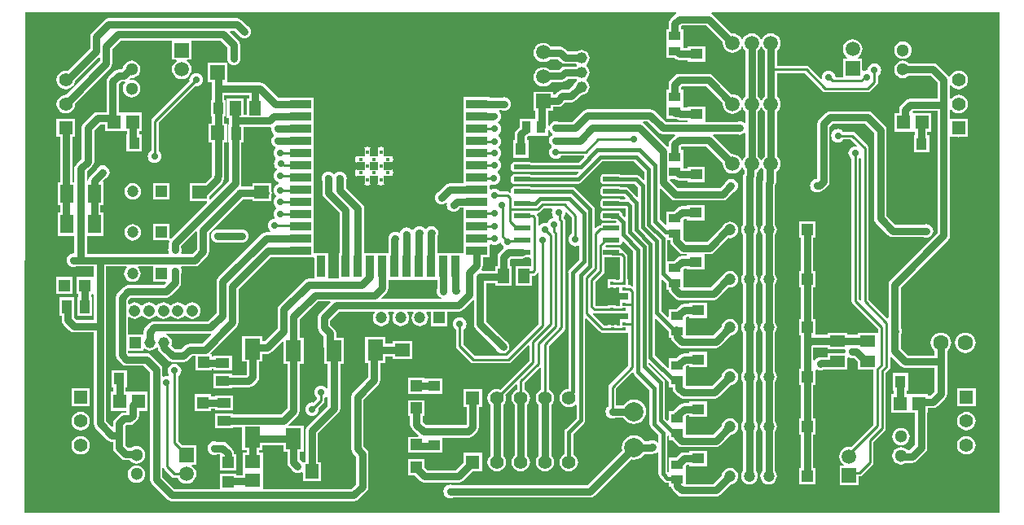
<source format=gtl>
G04*
G04 #@! TF.GenerationSoftware,Altium Limited,Altium Designer,20.2.5 (213)*
G04*
G04 Layer_Physical_Order=1*
G04 Layer_Color=255*
%FSLAX44Y44*%
%MOMM*%
G71*
G04*
G04 #@! TF.SameCoordinates,19D5FE96-1F57-4DB1-9F11-37EF29D1C5BE*
G04*
G04*
G04 #@! TF.FilePolarity,Positive*
G04*
G01*
G75*
%ADD16C,0.4000*%
%ADD17C,0.2540*%
%ADD20R,0.9000X0.9000*%
%ADD21R,0.9000X2.2500*%
%ADD22R,2.2500X0.9000*%
%ADD23R,0.4000X0.3800*%
%ADD24R,1.3700X1.9100*%
%ADD25C,2.0000*%
%ADD26R,1.0000X1.2500*%
%ADD27R,1.3000X1.1000*%
%ADD28R,1.2621X0.9549*%
%ADD29R,1.5082X1.2065*%
%ADD30R,1.2065X1.5082*%
%ADD31R,1.1000X1.3000*%
%ADD32R,1.6000X2.1800*%
%ADD33R,1.6000X2.2000*%
%ADD34R,0.9549X1.2621*%
%ADD35R,1.3549X1.4621*%
%ADD36R,1.1500X1.1500*%
%ADD37R,1.5500X1.3500*%
%ADD38R,1.2000X1.2000*%
%ADD39R,1.5000X1.4000*%
%ADD40R,1.0500X1.4500*%
%ADD41R,1.1000X1.3500*%
%ADD42R,1.4000X1.5000*%
%ADD43R,1.2000X1.2000*%
G04:AMPARAMS|DCode=44|XSize=0.55mm|YSize=1.7mm|CornerRadius=0.0495mm|HoleSize=0mm|Usage=FLASHONLY|Rotation=270.000|XOffset=0mm|YOffset=0mm|HoleType=Round|Shape=RoundedRectangle|*
%AMROUNDEDRECTD44*
21,1,0.5500,1.6010,0,0,270.0*
21,1,0.4510,1.7000,0,0,270.0*
1,1,0.0990,-0.8005,-0.2255*
1,1,0.0990,-0.8005,0.2255*
1,1,0.0990,0.8005,0.2255*
1,1,0.0990,0.8005,-0.2255*
%
%ADD44ROUNDEDRECTD44*%
%ADD45R,1.4082X1.0065*%
%ADD65C,1.1500*%
%ADD68C,1.2000*%
%ADD70C,1.4000*%
%ADD71R,1.4000X1.4000*%
%ADD74R,1.1500X1.1500*%
%ADD76R,1.4000X1.4000*%
%ADD79C,0.7620*%
%ADD80C,1.6000*%
%ADD81R,1.6000X1.6000*%
%ADD82C,1.5000*%
%ADD83R,1.5000X1.5000*%
%ADD84C,0.4000*%
%ADD85R,1.5000X1.5000*%
%ADD86C,1.3000*%
%ADD87R,1.3000X1.3000*%
%ADD88C,1.2080*%
%ADD89C,3.5000*%
%ADD90C,0.7000*%
G36*
X2748730Y1353226D02*
X2750339Y1351129D01*
X2751026Y1350603D01*
Y1330770D01*
Y1302687D01*
X2750339Y1302161D01*
X2748730Y1300063D01*
X2748187Y1298753D01*
X2746813D01*
X2746270Y1300063D01*
X2744661Y1302161D01*
X2743974Y1302687D01*
Y1350603D01*
X2744661Y1351129D01*
X2746270Y1353226D01*
X2746813Y1354537D01*
X2748187D01*
X2748730Y1353226D01*
D02*
G37*
G36*
X2995000Y870000D02*
X1982395D01*
X1981498Y870899D01*
X1982500Y1390000D01*
X2658665D01*
X2659050Y1388730D01*
X2657386Y1387618D01*
X2652922Y1383154D01*
X2651518Y1381054D01*
X2651026Y1378576D01*
Y1372854D01*
X2648649D01*
Y1358611D01*
X2648649Y1357341D01*
X2648649Y1356955D01*
Y1342712D01*
X2657195D01*
X2657485Y1342422D01*
X2659585Y1341018D01*
X2662063Y1340526D01*
X2670960D01*
Y1338960D01*
X2689040D01*
Y1355040D01*
X2670960D01*
Y1353474D01*
X2667249D01*
X2666351Y1354372D01*
X2666351Y1358225D01*
X2666351Y1358611D01*
Y1372854D01*
X2663974D01*
Y1375894D01*
X2664645Y1376565D01*
X2690068D01*
X2707486Y1359147D01*
X2707373Y1358290D01*
X2707719Y1355669D01*
X2708730Y1353226D01*
X2710339Y1351129D01*
X2712437Y1349520D01*
X2714879Y1348508D01*
X2717500Y1348163D01*
X2720121Y1348508D01*
X2722563Y1349520D01*
X2724661Y1351129D01*
X2726270Y1353226D01*
X2726813Y1354537D01*
X2728187D01*
X2728730Y1353226D01*
X2730339Y1351129D01*
X2731026Y1350603D01*
Y1302687D01*
X2730339Y1302161D01*
X2728730Y1300063D01*
X2728187Y1298753D01*
X2726813D01*
X2726270Y1300063D01*
X2724661Y1302161D01*
X2722563Y1303770D01*
X2720121Y1304782D01*
X2717500Y1305127D01*
X2716642Y1305014D01*
X2697328Y1324328D01*
X2695228Y1325732D01*
X2692750Y1326224D01*
X2661964D01*
X2659486Y1325732D01*
X2657386Y1324328D01*
X2652922Y1319864D01*
X2651518Y1317764D01*
X2651026Y1315286D01*
Y1309565D01*
X2648649D01*
Y1294936D01*
X2648649D01*
Y1294052D01*
X2648649D01*
Y1279423D01*
X2657839D01*
X2658464Y1279298D01*
X2659558D01*
X2660724Y1278518D01*
X2663202Y1278026D01*
X2670960D01*
Y1276474D01*
X2647682D01*
X2636578Y1287578D01*
X2634478Y1288982D01*
X2632000Y1289474D01*
X2567000D01*
X2564522Y1288982D01*
X2562422Y1287578D01*
X2551318Y1276474D01*
X2536661D01*
X2535827Y1276820D01*
X2534000Y1277060D01*
X2532173Y1276820D01*
X2530470Y1276115D01*
X2529008Y1274992D01*
X2527885Y1273530D01*
X2527323Y1272173D01*
X2526053Y1272425D01*
Y1279583D01*
X2525695D01*
Y1287660D01*
X2530852D01*
Y1292026D01*
X2535812D01*
X2538289Y1292518D01*
X2540390Y1293922D01*
X2543213Y1296745D01*
X2549919D01*
X2552397Y1297238D01*
X2554497Y1298641D01*
X2560274Y1304418D01*
X2560500Y1304388D01*
X2562664Y1304673D01*
X2564681Y1305509D01*
X2566412Y1306837D01*
X2567741Y1308569D01*
X2568577Y1310586D01*
X2568861Y1312750D01*
X2568577Y1314914D01*
X2567741Y1316931D01*
X2566412Y1318663D01*
X2565354Y1319474D01*
Y1321026D01*
X2566412Y1321837D01*
X2567741Y1323569D01*
X2568577Y1325586D01*
X2568861Y1327750D01*
X2568577Y1329914D01*
X2567741Y1331931D01*
X2566412Y1333663D01*
X2565354Y1334474D01*
Y1336026D01*
X2566412Y1336837D01*
X2567741Y1338569D01*
X2568577Y1340586D01*
X2568861Y1342750D01*
X2568577Y1344914D01*
X2567741Y1346931D01*
X2566412Y1348663D01*
X2564681Y1349991D01*
X2562664Y1350827D01*
X2560500Y1351111D01*
X2558336Y1350827D01*
X2556319Y1349991D01*
X2555880Y1349654D01*
X2546002D01*
X2543078Y1352578D01*
X2540978Y1353982D01*
X2538500Y1354474D01*
X2528883D01*
X2527972Y1355661D01*
X2525875Y1357270D01*
X2523433Y1358282D01*
X2520812Y1358627D01*
X2518191Y1358282D01*
X2515748Y1357270D01*
X2513651Y1355661D01*
X2512042Y1353563D01*
X2511030Y1351121D01*
X2510685Y1348500D01*
X2511030Y1345879D01*
X2512042Y1343437D01*
X2513651Y1341339D01*
X2515748Y1339730D01*
X2518191Y1338719D01*
X2520812Y1338373D01*
X2523433Y1338719D01*
X2525875Y1339730D01*
X2527972Y1341339D01*
X2528115Y1341526D01*
X2535818D01*
X2538742Y1338602D01*
X2540842Y1337198D01*
X2543320Y1336706D01*
X2554759D01*
X2555312Y1336281D01*
X2555367Y1334886D01*
X2554535Y1334090D01*
X2543320D01*
X2540842Y1333597D01*
X2538742Y1332194D01*
X2537060Y1330512D01*
X2527645D01*
X2525875Y1331870D01*
X2523433Y1332882D01*
X2520812Y1333227D01*
X2518191Y1332882D01*
X2515748Y1331870D01*
X2513651Y1330261D01*
X2512042Y1328163D01*
X2511030Y1325721D01*
X2510685Y1323100D01*
X2511030Y1320479D01*
X2512042Y1318037D01*
X2513651Y1315939D01*
X2515748Y1314330D01*
X2518191Y1313318D01*
X2520812Y1312973D01*
X2523433Y1313318D01*
X2525875Y1314330D01*
X2527972Y1315939D01*
X2529218Y1317563D01*
X2539742D01*
X2542220Y1318056D01*
X2544320Y1319459D01*
X2546002Y1321141D01*
X2555495D01*
X2555646Y1321026D01*
Y1319474D01*
X2554588Y1318663D01*
X2553259Y1316931D01*
X2552423Y1314914D01*
X2552418Y1314874D01*
X2547237Y1309693D01*
X2540531D01*
X2538053Y1309201D01*
X2535953Y1307797D01*
X2533130Y1304974D01*
X2530852D01*
Y1307740D01*
X2510772D01*
Y1287660D01*
X2512747D01*
Y1280481D01*
X2511849Y1279583D01*
X2510540Y1279583D01*
X2510154Y1279583D01*
X2495911D01*
Y1271038D01*
X2492922Y1268048D01*
X2491518Y1265948D01*
X2491026Y1263470D01*
Y1257290D01*
X2489460D01*
Y1239210D01*
X2505540D01*
Y1257290D01*
X2503974D01*
Y1260789D01*
X2505067Y1261882D01*
X2510154D01*
X2511424Y1261882D01*
X2511810Y1261882D01*
X2526053D01*
Y1267575D01*
X2527323Y1267827D01*
X2527885Y1266470D01*
X2529008Y1265008D01*
X2529967Y1264271D01*
X2530041Y1264101D01*
Y1262899D01*
X2529967Y1262729D01*
X2529008Y1261992D01*
X2527885Y1260530D01*
X2527180Y1258827D01*
X2526940Y1257000D01*
X2527180Y1255173D01*
X2527885Y1253470D01*
X2529008Y1252008D01*
X2529493Y1251635D01*
Y1250365D01*
X2529008Y1249992D01*
X2527885Y1248530D01*
X2527180Y1246827D01*
X2526940Y1245000D01*
X2527180Y1243173D01*
X2527885Y1241470D01*
X2529008Y1240008D01*
X2530470Y1238885D01*
X2532173Y1238180D01*
X2534000Y1237940D01*
X2535827Y1238180D01*
X2537530Y1238885D01*
X2538992Y1240008D01*
X2539843Y1241115D01*
X2562910D01*
X2563396Y1239942D01*
X2557533Y1234079D01*
X2508415D01*
X2507689Y1234564D01*
X2506505Y1234799D01*
X2490495D01*
X2489311Y1234564D01*
X2488307Y1233893D01*
X2487636Y1232889D01*
X2487401Y1231705D01*
Y1227195D01*
X2487636Y1226011D01*
X2488307Y1225007D01*
X2489311Y1224336D01*
X2490495Y1224100D01*
X2506505D01*
X2507689Y1224336D01*
X2508415Y1224821D01*
X2556865D01*
X2557351Y1223648D01*
X2555083Y1221379D01*
X2508415D01*
X2507689Y1221864D01*
X2506505Y1222099D01*
X2490495D01*
X2489311Y1221864D01*
X2488307Y1221193D01*
X2487636Y1220189D01*
X2487401Y1219005D01*
Y1214495D01*
X2487636Y1213311D01*
X2488307Y1212307D01*
X2489311Y1211636D01*
X2490495Y1211401D01*
X2506505D01*
X2507689Y1211636D01*
X2508415Y1212121D01*
X2557000D01*
X2557000Y1212121D01*
X2558771Y1212473D01*
X2560273Y1213477D01*
X2582167Y1235371D01*
X2615083D01*
X2625801Y1224653D01*
Y1216240D01*
X2624628Y1215754D01*
X2620359Y1220023D01*
X2618857Y1221027D01*
X2617086Y1221379D01*
X2617085Y1221379D01*
X2601415D01*
X2600689Y1221864D01*
X2599505Y1222099D01*
X2583495D01*
X2582311Y1221864D01*
X2581307Y1221193D01*
X2580636Y1220189D01*
X2580401Y1219005D01*
Y1214495D01*
X2580636Y1213311D01*
X2581307Y1212307D01*
X2582311Y1211636D01*
X2583495Y1211401D01*
X2599505D01*
X2600689Y1211636D01*
X2601415Y1212121D01*
X2615168D01*
X2619261Y1208028D01*
Y1198995D01*
X2618088Y1198509D01*
X2609273Y1207323D01*
X2607771Y1208327D01*
X2606000Y1208679D01*
X2606000Y1208679D01*
X2601415D01*
X2600689Y1209164D01*
X2599505Y1209399D01*
X2583495D01*
X2582311Y1209164D01*
X2581307Y1208493D01*
X2580636Y1207489D01*
X2580401Y1206305D01*
Y1201795D01*
X2580636Y1200611D01*
X2581307Y1199607D01*
X2582311Y1198936D01*
X2583495Y1198700D01*
X2599505D01*
X2600689Y1198936D01*
X2601415Y1199421D01*
X2604083D01*
X2606351Y1197152D01*
X2605865Y1195979D01*
X2601415D01*
X2600689Y1196464D01*
X2599505Y1196699D01*
X2583495D01*
X2582311Y1196464D01*
X2581307Y1195793D01*
X2580636Y1194789D01*
X2580401Y1193605D01*
Y1189095D01*
X2580636Y1187911D01*
X2581307Y1186907D01*
X2582311Y1186236D01*
X2583495Y1186001D01*
X2599505D01*
X2600689Y1186236D01*
X2601415Y1186721D01*
X2606211D01*
Y1177895D01*
X2605038Y1177409D01*
X2602599Y1179847D01*
Y1180905D01*
X2602364Y1182089D01*
X2601693Y1183093D01*
X2600689Y1183764D01*
X2599505Y1183999D01*
X2583495D01*
X2582311Y1183764D01*
X2581307Y1183093D01*
X2580636Y1182089D01*
X2580401Y1180905D01*
Y1176395D01*
X2580636Y1175211D01*
X2581307Y1174207D01*
X2582311Y1173536D01*
X2583495Y1173300D01*
X2592101D01*
X2592250Y1173271D01*
X2592250Y1173271D01*
X2596020D01*
X2596693Y1172446D01*
X2596198Y1171299D01*
X2583495D01*
X2582311Y1171064D01*
X2581307Y1170393D01*
X2580636Y1169389D01*
X2580536Y1168885D01*
X2580000D01*
X2578513Y1168589D01*
X2577253Y1167747D01*
X2575342Y1165836D01*
X2574169Y1166322D01*
Y1185210D01*
X2574169Y1185210D01*
X2573817Y1186981D01*
X2572813Y1188483D01*
X2553973Y1207323D01*
X2552471Y1208327D01*
X2550700Y1208679D01*
X2550700Y1208679D01*
X2508415D01*
X2507689Y1209164D01*
X2506505Y1209399D01*
X2490495D01*
X2489311Y1209164D01*
X2488307Y1208493D01*
X2487636Y1207489D01*
X2487401Y1206305D01*
Y1203401D01*
X2486624Y1202956D01*
X2486131Y1202833D01*
X2484999Y1203589D01*
X2483512Y1203885D01*
X2475842D01*
X2474992Y1204992D01*
X2473530Y1206115D01*
X2471827Y1206820D01*
X2470000Y1207060D01*
X2468173Y1206820D01*
X2466470Y1206115D01*
X2466429Y1206083D01*
X2465290Y1206645D01*
Y1210392D01*
X2466560Y1211240D01*
X2467384Y1210899D01*
X2469212Y1210658D01*
X2471039Y1210899D01*
X2472742Y1211604D01*
X2474204Y1212726D01*
X2475326Y1214188D01*
X2476032Y1215891D01*
X2476272Y1217719D01*
X2476032Y1219546D01*
X2475326Y1221249D01*
X2474204Y1222711D01*
X2473291Y1223412D01*
X2473458Y1224856D01*
X2473530Y1224885D01*
X2474992Y1226008D01*
X2476115Y1227470D01*
X2476820Y1229173D01*
X2477060Y1231000D01*
X2476820Y1232827D01*
X2476115Y1234530D01*
X2474992Y1235992D01*
X2474033Y1236729D01*
X2473959Y1236899D01*
Y1238101D01*
X2474033Y1238271D01*
X2474992Y1239008D01*
X2476115Y1240470D01*
X2476820Y1242173D01*
X2477060Y1244000D01*
X2476820Y1245827D01*
X2476115Y1247530D01*
X2474992Y1248992D01*
X2474507Y1249365D01*
Y1250635D01*
X2474992Y1251008D01*
X2476115Y1252470D01*
X2476820Y1254173D01*
X2477060Y1256000D01*
X2476820Y1257827D01*
X2476115Y1259530D01*
X2474992Y1260992D01*
X2474033Y1261729D01*
X2473959Y1261899D01*
Y1263101D01*
X2474033Y1263271D01*
X2474992Y1264008D01*
X2476115Y1265470D01*
X2476820Y1267173D01*
X2477060Y1269000D01*
X2476820Y1270827D01*
X2476115Y1272530D01*
X2474992Y1273992D01*
X2473872Y1274852D01*
X2473766Y1275236D01*
Y1275964D01*
X2473872Y1276348D01*
X2474992Y1277208D01*
X2476115Y1278670D01*
X2476820Y1280373D01*
X2477060Y1282200D01*
X2476820Y1284027D01*
X2476115Y1285730D01*
X2475021Y1287156D01*
X2475046Y1287330D01*
X2475472Y1288426D01*
X2477580D01*
X2478173Y1288180D01*
X2480000Y1287940D01*
X2481827Y1288180D01*
X2483530Y1288885D01*
X2484992Y1290008D01*
X2486115Y1291470D01*
X2486820Y1293173D01*
X2487060Y1295000D01*
X2486820Y1296827D01*
X2486115Y1298530D01*
X2484992Y1299992D01*
X2483530Y1301115D01*
X2481827Y1301820D01*
X2480000Y1302060D01*
X2478173Y1301820D01*
X2477097Y1301374D01*
X2465290D01*
Y1301940D01*
X2437710D01*
Y1287860D01*
Y1275160D01*
Y1262460D01*
Y1249760D01*
Y1237060D01*
Y1224360D01*
Y1212474D01*
X2423500D01*
X2421022Y1211982D01*
X2418922Y1210578D01*
X2412304Y1203960D01*
X2411470Y1203615D01*
X2410007Y1202492D01*
X2408885Y1201030D01*
X2408180Y1199327D01*
X2407940Y1197500D01*
X2408180Y1195673D01*
X2408885Y1193970D01*
X2410007Y1192507D01*
X2411470Y1191385D01*
X2413173Y1190680D01*
X2415000Y1190440D01*
X2416827Y1190680D01*
X2418530Y1191385D01*
X2419500Y1192130D01*
X2420623Y1191390D01*
X2420440Y1190000D01*
X2420680Y1188173D01*
X2421385Y1186470D01*
X2422508Y1185008D01*
X2423970Y1183885D01*
X2425673Y1183180D01*
X2427500Y1182940D01*
X2429327Y1183180D01*
X2431030Y1183885D01*
X2432492Y1185008D01*
X2433615Y1186470D01*
X2433762Y1186826D01*
X2437710D01*
Y1173560D01*
Y1160860D01*
Y1148160D01*
Y1140720D01*
X2436890Y1139790D01*
X2410924D01*
Y1158218D01*
X2411320Y1159173D01*
X2411560Y1161000D01*
X2411320Y1162827D01*
X2410614Y1164530D01*
X2409492Y1165992D01*
X2408030Y1167114D01*
X2406327Y1167820D01*
X2404500Y1168060D01*
X2402673Y1167820D01*
X2400970Y1167114D01*
X2399507Y1165992D01*
X2398981Y1165307D01*
X2397381D01*
X2396914Y1165914D01*
X2395452Y1167037D01*
X2393749Y1167742D01*
X2391922Y1167982D01*
X2390095Y1167742D01*
X2388392Y1167037D01*
X2386929Y1165914D01*
X2385807Y1164452D01*
X2385726Y1164254D01*
X2384272Y1164063D01*
X2383855Y1164605D01*
X2382393Y1165727D01*
X2380690Y1166433D01*
X2378863Y1166673D01*
X2377035Y1166433D01*
X2375333Y1165727D01*
X2373870Y1164605D01*
X2372748Y1163143D01*
X2372124Y1161637D01*
X2370870Y1160999D01*
X2370646Y1161171D01*
X2368943Y1161876D01*
X2367115Y1162117D01*
X2365288Y1161876D01*
X2363585Y1161171D01*
X2362123Y1160049D01*
X2361001Y1158587D01*
X2360296Y1156884D01*
X2360108Y1155462D01*
X2359876Y1154291D01*
Y1139790D01*
X2334724D01*
Y1186118D01*
X2334232Y1188596D01*
X2332828Y1190696D01*
X2315974Y1207550D01*
Y1215089D01*
X2316320Y1215923D01*
X2316560Y1217750D01*
X2316320Y1219577D01*
X2315614Y1221280D01*
X2314492Y1222742D01*
X2313030Y1223865D01*
X2311327Y1224570D01*
X2309500Y1224810D01*
X2307673Y1224570D01*
X2305970Y1223865D01*
X2304508Y1222742D01*
X2304039Y1222132D01*
X2302769D01*
X2302492Y1222492D01*
X2301030Y1223615D01*
X2299327Y1224320D01*
X2297500Y1224560D01*
X2295673Y1224320D01*
X2293970Y1223615D01*
X2292508Y1222492D01*
X2291385Y1221030D01*
X2290680Y1219327D01*
X2290440Y1217500D01*
X2290680Y1215673D01*
X2291026Y1214839D01*
Y1202500D01*
X2291518Y1200022D01*
X2292922Y1197922D01*
X2309076Y1181768D01*
Y1139790D01*
X2308510D01*
Y1113474D01*
X2297190D01*
Y1139790D01*
X2283810D01*
X2283110Y1139790D01*
X2282540Y1140824D01*
Y1148060D01*
Y1160760D01*
Y1173460D01*
Y1186160D01*
Y1198860D01*
Y1211560D01*
Y1224260D01*
Y1236960D01*
Y1249660D01*
Y1262360D01*
Y1275060D01*
Y1287760D01*
Y1301840D01*
X2254960D01*
Y1301274D01*
X2245382D01*
X2231178Y1315478D01*
X2229078Y1316882D01*
X2226600Y1317375D01*
X2193775D01*
X2192540Y1317460D01*
Y1337540D01*
X2172460D01*
Y1317460D01*
X2176421D01*
Y1310900D01*
Y1299290D01*
X2175355D01*
Y1281710D01*
X2176421D01*
Y1274790D01*
X2172960D01*
Y1254710D01*
X2176421D01*
Y1221486D01*
X2176071Y1219727D01*
X2169114Y1212770D01*
X2153282D01*
Y1193690D01*
X2171006D01*
X2171492Y1192517D01*
X2133810Y1154835D01*
X2132540Y1155341D01*
Y1161247D01*
X2132573Y1161500D01*
X2132540Y1161753D01*
Y1170040D01*
X2124253D01*
X2124000Y1170073D01*
X2123747Y1170040D01*
X2115460D01*
Y1161753D01*
X2115427Y1161500D01*
X2115460Y1161247D01*
Y1152960D01*
X2123747D01*
X2124000Y1152927D01*
X2124253Y1152960D01*
X2131028D01*
X2131912Y1151690D01*
X2131556Y1149898D01*
Y1145971D01*
X2131210Y1145137D01*
X2130970Y1143310D01*
X2131210Y1141483D01*
X2131723Y1140244D01*
X2131062Y1138974D01*
X2046474D01*
Y1157910D01*
X2063600D01*
Y1182090D01*
X2060684D01*
Y1189410D01*
X2063600D01*
Y1213590D01*
X2063406D01*
X2062919Y1214763D01*
X2065696Y1217540D01*
X2066530Y1217886D01*
X2067992Y1219007D01*
X2069115Y1220470D01*
X2069820Y1222173D01*
X2070060Y1224000D01*
X2069820Y1225827D01*
X2069115Y1227530D01*
X2067992Y1228992D01*
X2066530Y1230115D01*
X2064827Y1230820D01*
X2063000Y1231060D01*
X2061173Y1230820D01*
X2059470Y1230115D01*
X2058008Y1228992D01*
X2056886Y1227530D01*
X2056540Y1226696D01*
X2049632Y1219788D01*
X2048228Y1217688D01*
X2047736Y1215210D01*
X2046474Y1215231D01*
Y1224818D01*
X2052078Y1230422D01*
X2053482Y1232522D01*
X2053974Y1235000D01*
Y1267318D01*
X2060190Y1273534D01*
X2065685D01*
Y1266649D01*
X2083929D01*
X2085199Y1266649D01*
X2085585Y1266649D01*
X2088039D01*
Y1263290D01*
X2087460D01*
Y1245210D01*
X2103540D01*
Y1263290D01*
X2100987D01*
Y1266649D01*
X2103828D01*
Y1286351D01*
X2085585D01*
X2084315Y1286351D01*
X2083929Y1286351D01*
X2079623D01*
Y1315466D01*
X2082264Y1318108D01*
X2085127D01*
X2085519Y1318186D01*
X2086235Y1317034D01*
X2085104Y1315559D01*
X2084193Y1313360D01*
X2083882Y1311000D01*
X2084193Y1308640D01*
X2085104Y1306441D01*
X2086553Y1304553D01*
X2088441Y1303104D01*
X2090640Y1302193D01*
X2093000Y1301882D01*
X2095360Y1302193D01*
X2097559Y1303104D01*
X2099447Y1304553D01*
X2100896Y1306441D01*
X2101807Y1308640D01*
X2102118Y1311000D01*
X2101807Y1313360D01*
X2100896Y1315559D01*
X2099447Y1317447D01*
X2097559Y1318896D01*
X2095360Y1319807D01*
X2093000Y1320118D01*
X2091404Y1319908D01*
X2090811Y1321111D01*
X2091747Y1322047D01*
X2093000Y1321882D01*
X2095360Y1322193D01*
X2097559Y1323104D01*
X2099447Y1324553D01*
X2100896Y1326441D01*
X2101807Y1328640D01*
X2102118Y1331000D01*
X2101807Y1333360D01*
X2100896Y1335559D01*
X2099447Y1337447D01*
X2097559Y1338896D01*
X2095360Y1339807D01*
X2093000Y1340118D01*
X2090640Y1339807D01*
X2088441Y1338896D01*
X2086553Y1337447D01*
X2085104Y1335559D01*
X2084193Y1333360D01*
X2084108Y1332721D01*
X2082445Y1331057D01*
X2079583D01*
X2077105Y1330564D01*
X2075004Y1329160D01*
X2068570Y1322726D01*
X2067167Y1320626D01*
X2066674Y1318148D01*
Y1286483D01*
X2057508D01*
X2055031Y1285990D01*
X2052930Y1284586D01*
X2042922Y1274578D01*
X2041518Y1272478D01*
X2041026Y1270000D01*
Y1237682D01*
X2035422Y1232078D01*
X2034018Y1229978D01*
X2033526Y1227500D01*
Y1213590D01*
X2031619D01*
Y1260460D01*
X2034040D01*
Y1269681D01*
X2034082Y1270000D01*
X2034040Y1270319D01*
Y1279540D01*
X2024819D01*
X2024500Y1279582D01*
X2024181Y1279540D01*
X2014960D01*
Y1270319D01*
X2014918Y1270000D01*
X2014960Y1269681D01*
Y1260460D01*
X2018671D01*
Y1213590D01*
X2016400D01*
Y1189410D01*
X2018671D01*
Y1182090D01*
X2016400D01*
Y1157910D01*
X2033526D01*
Y1140388D01*
X2032571Y1139551D01*
X2032500Y1139560D01*
X2030673Y1139320D01*
X2028970Y1138615D01*
X2027508Y1137492D01*
X2026385Y1136030D01*
X2025680Y1134327D01*
X2025440Y1132500D01*
X2025680Y1130673D01*
X2026385Y1128970D01*
X2027508Y1127507D01*
X2028970Y1126385D01*
X2030673Y1125680D01*
X2032500Y1125440D01*
X2034327Y1125680D01*
X2035161Y1126026D01*
X2053526D01*
Y1115797D01*
X2052719Y1114861D01*
X2052256Y1114861D01*
X2035639D01*
Y1097781D01*
X2037705D01*
Y1093791D01*
X2036368D01*
Y1074211D01*
X2051948D01*
Y1093791D01*
X2050654D01*
Y1096883D01*
X2051501Y1097730D01*
X2052788Y1097700D01*
X2053526Y1096845D01*
Y1070474D01*
X2035682D01*
X2033323Y1072833D01*
Y1074211D01*
X2033448D01*
Y1093791D01*
X2017868D01*
Y1074211D01*
X2020374D01*
Y1070152D01*
X2020867Y1067674D01*
X2022270Y1065574D01*
X2028422Y1059422D01*
X2030522Y1058018D01*
X2033000Y1057526D01*
X2053526D01*
Y962500D01*
X2054018Y960022D01*
X2055422Y957922D01*
X2067922Y945422D01*
X2070022Y944018D01*
X2072500Y943526D01*
X2073526D01*
Y937500D01*
X2074019Y935022D01*
X2075422Y932922D01*
X2081893Y926451D01*
X2083993Y925048D01*
X2086471Y924555D01*
X2090784D01*
X2091553Y923553D01*
X2093441Y922104D01*
X2095640Y921193D01*
X2098000Y920882D01*
X2100360Y921193D01*
X2102559Y922104D01*
X2104447Y923553D01*
X2105896Y925441D01*
X2106807Y927640D01*
X2107118Y930000D01*
X2106807Y932360D01*
X2105896Y934559D01*
X2104447Y936447D01*
X2102559Y937896D01*
X2100360Y938807D01*
X2098000Y939118D01*
X2095640Y938807D01*
X2093441Y937896D01*
X2092929Y937504D01*
X2089152D01*
X2086474Y940182D01*
Y950000D01*
Y959818D01*
X2087682Y961026D01*
X2090888D01*
X2093366Y961518D01*
X2095466Y962922D01*
X2098740Y966196D01*
X2100143Y968296D01*
X2100636Y970774D01*
Y975899D01*
X2109064D01*
Y995601D01*
X2090822D01*
X2090436Y995601D01*
Y995601D01*
X2089551D01*
Y995601D01*
X2086711D01*
Y999960D01*
X2088040D01*
Y1018040D01*
X2071960D01*
Y999960D01*
X2073763D01*
Y995601D01*
X2070923D01*
Y975899D01*
X2087688D01*
Y973974D01*
X2085000D01*
X2082522Y973482D01*
X2080422Y972078D01*
X2075422Y967078D01*
X2074019Y964978D01*
X2073526Y962500D01*
Y959790D01*
X2072352Y959304D01*
X2066474Y965182D01*
Y1064000D01*
Y1126026D01*
X2087443D01*
X2087874Y1124756D01*
X2087659Y1124591D01*
X2086290Y1122807D01*
X2085430Y1120729D01*
X2085136Y1118500D01*
X2085430Y1116271D01*
X2086290Y1114193D01*
X2087659Y1112409D01*
X2089443Y1111040D01*
X2091521Y1110180D01*
X2093750Y1109886D01*
X2095979Y1110180D01*
X2098057Y1111040D01*
X2099841Y1112409D01*
X2101210Y1114193D01*
X2102070Y1116271D01*
X2102364Y1118500D01*
X2102070Y1120729D01*
X2101210Y1122807D01*
X2099841Y1124591D01*
X2099626Y1124756D01*
X2100057Y1126026D01*
X2115210D01*
Y1118753D01*
X2115177Y1118500D01*
X2115210Y1118247D01*
Y1109960D01*
X2123497D01*
X2123750Y1109927D01*
X2124003Y1109960D01*
X2128145D01*
X2128631Y1108787D01*
X2126318Y1106474D01*
X2089464D01*
X2086986Y1105982D01*
X2084886Y1104578D01*
X2078272Y1097964D01*
X2076868Y1095864D01*
X2076376Y1093386D01*
Y1033714D01*
X2076868Y1031236D01*
X2078272Y1029136D01*
X2082736Y1024672D01*
X2084836Y1023268D01*
X2087314Y1022776D01*
X2105568D01*
X2111946Y1016398D01*
Y904580D01*
X2112438Y902102D01*
X2113842Y900002D01*
X2130444Y883400D01*
X2132545Y881996D01*
X2135022Y881503D01*
X2323978D01*
X2326456Y881996D01*
X2328556Y883400D01*
X2337328Y892172D01*
X2338732Y894272D01*
X2339224Y896750D01*
Y931048D01*
X2338732Y933526D01*
X2337328Y935626D01*
X2333974Y938980D01*
Y987318D01*
X2349578Y1002922D01*
X2350982Y1005022D01*
X2351474Y1007500D01*
Y1025528D01*
X2356914D01*
Y1032594D01*
X2364278D01*
Y1029528D01*
X2384358D01*
Y1048608D01*
X2364278D01*
Y1045542D01*
X2356914D01*
Y1052608D01*
X2335834D01*
Y1025528D01*
X2338526D01*
Y1010182D01*
X2322922Y994578D01*
X2321518Y992478D01*
X2321026Y990000D01*
Y936298D01*
X2321518Y933820D01*
X2322922Y931720D01*
X2326276Y928366D01*
Y899432D01*
X2321296Y894452D01*
X2229328D01*
Y912078D01*
X2229328Y912428D01*
Y913348D01*
X2229328Y913698D01*
Y931928D01*
X2225512D01*
Y934810D01*
X2228790D01*
Y939862D01*
X2250633D01*
Y932796D01*
X2254698D01*
Y922327D01*
X2255191Y919850D01*
X2256595Y917749D01*
X2259040Y915304D01*
X2259386Y914470D01*
X2260508Y913008D01*
X2261970Y911886D01*
X2263673Y911180D01*
X2265500Y910940D01*
X2267327Y911180D01*
X2269030Y911886D01*
X2269440Y912200D01*
X2270710Y911574D01*
Y902460D01*
X2289790D01*
Y922540D01*
X2286724D01*
Y952568D01*
X2307885Y973729D01*
X2309289Y975830D01*
X2309782Y978307D01*
Y1024596D01*
X2313847D01*
Y1051676D01*
X2305592D01*
Y1056419D01*
X2305099Y1058896D01*
X2303696Y1060997D01*
X2299474Y1065218D01*
Y1069855D01*
X2308755Y1079136D01*
X2345226D01*
X2345853Y1077866D01*
X2345040Y1076807D01*
X2344180Y1074729D01*
X2343886Y1072500D01*
X2344180Y1070271D01*
X2345040Y1068193D01*
X2346409Y1066409D01*
X2348193Y1065040D01*
X2350271Y1064180D01*
X2352500Y1063886D01*
X2354729Y1064180D01*
X2356807Y1065040D01*
X2358591Y1066409D01*
X2359960Y1068193D01*
X2360820Y1070271D01*
X2361114Y1072500D01*
X2360820Y1074729D01*
X2359960Y1076807D01*
X2359147Y1077866D01*
X2359774Y1079136D01*
X2365226D01*
X2365853Y1077866D01*
X2365040Y1076807D01*
X2364180Y1074729D01*
X2363886Y1072500D01*
X2364180Y1070271D01*
X2365040Y1068193D01*
X2366409Y1066409D01*
X2368193Y1065040D01*
X2370271Y1064180D01*
X2372500Y1063886D01*
X2374729Y1064180D01*
X2376807Y1065040D01*
X2378591Y1066409D01*
X2379960Y1068193D01*
X2380820Y1070271D01*
X2381114Y1072500D01*
X2380820Y1074729D01*
X2379960Y1076807D01*
X2379147Y1077866D01*
X2379774Y1079136D01*
X2385226D01*
X2385853Y1077866D01*
X2385040Y1076807D01*
X2384180Y1074729D01*
X2383886Y1072500D01*
X2384180Y1070271D01*
X2385040Y1068193D01*
X2386409Y1066409D01*
X2388193Y1065040D01*
X2390271Y1064180D01*
X2392500Y1063886D01*
X2394729Y1064180D01*
X2396807Y1065040D01*
X2398591Y1066409D01*
X2399960Y1068193D01*
X2400820Y1070271D01*
X2401114Y1072500D01*
X2400820Y1074729D01*
X2399960Y1076807D01*
X2399147Y1077866D01*
X2399774Y1079136D01*
X2403960D01*
Y1072753D01*
X2403927Y1072500D01*
X2403960Y1072247D01*
Y1063960D01*
X2412247D01*
X2412500Y1063927D01*
X2412753Y1063960D01*
X2421040D01*
Y1072247D01*
X2421073Y1072500D01*
X2421040Y1072753D01*
Y1079136D01*
X2433000D01*
X2435478Y1079628D01*
X2437578Y1081032D01*
X2447352Y1090806D01*
X2448526Y1090320D01*
Y1066000D01*
X2449018Y1063522D01*
X2450422Y1061422D01*
X2471613Y1040230D01*
X2472135Y1038970D01*
X2473258Y1037508D01*
X2474720Y1036385D01*
X2476423Y1035680D01*
X2478250Y1035440D01*
X2478961Y1035533D01*
X2479000Y1035526D01*
X2479190Y1035563D01*
X2480077Y1035680D01*
X2480355Y1035795D01*
X2481478Y1036018D01*
X2483578Y1037422D01*
X2484982Y1039522D01*
X2485474Y1042000D01*
X2485184Y1043460D01*
X2485070Y1044327D01*
X2484364Y1046030D01*
X2483242Y1047492D01*
X2481780Y1048615D01*
X2481373Y1048783D01*
X2461474Y1068682D01*
Y1108526D01*
X2471090D01*
Y1105949D01*
X2488235D01*
Y1126111D01*
X2486137D01*
Y1133281D01*
X2486932Y1134076D01*
X2498500D01*
X2500978Y1134568D01*
X2501924Y1135201D01*
X2506505D01*
X2506575Y1135214D01*
X2507845Y1134172D01*
Y1126111D01*
X2492108D01*
Y1105949D01*
X2509252D01*
Y1116115D01*
X2510000D01*
X2511487Y1116411D01*
X2512747Y1117253D01*
X2514477Y1118983D01*
X2514845Y1119535D01*
X2516115Y1119149D01*
Y1066293D01*
X2482707Y1032885D01*
X2449859D01*
X2437885Y1044859D01*
Y1060157D01*
X2438992Y1061008D01*
X2440114Y1062470D01*
X2440820Y1064173D01*
X2441060Y1066000D01*
X2440820Y1067827D01*
X2440114Y1069530D01*
X2438992Y1070992D01*
X2437530Y1072114D01*
X2435827Y1072820D01*
X2434000Y1073060D01*
X2432173Y1072820D01*
X2430470Y1072114D01*
X2429008Y1070992D01*
X2427885Y1069530D01*
X2427180Y1067827D01*
X2426940Y1066000D01*
X2427180Y1064173D01*
X2427885Y1062470D01*
X2429008Y1061008D01*
X2430115Y1060157D01*
Y1043250D01*
X2430411Y1041763D01*
X2431253Y1040503D01*
X2445503Y1026253D01*
X2446763Y1025411D01*
X2448250Y1025115D01*
X2484316D01*
X2485802Y1025411D01*
X2487063Y1026253D01*
X2504942Y1044133D01*
X2506115Y1043646D01*
Y1028108D01*
X2475917Y997910D01*
X2474990Y998294D01*
X2472500Y998622D01*
X2470009Y998294D01*
X2467689Y997332D01*
X2465696Y995803D01*
X2464167Y993810D01*
X2463206Y991490D01*
X2462878Y988999D01*
X2463206Y986509D01*
X2464167Y984188D01*
X2465696Y982195D01*
X2466026Y981942D01*
Y929557D01*
X2465696Y929304D01*
X2464167Y927311D01*
X2463206Y924990D01*
X2462878Y922500D01*
X2463206Y920010D01*
X2464167Y917689D01*
X2465696Y915696D01*
X2467689Y914167D01*
X2470009Y913206D01*
X2472500Y912878D01*
X2474990Y913206D01*
X2477311Y914167D01*
X2479304Y915696D01*
X2480833Y917689D01*
X2481794Y920010D01*
X2482122Y922500D01*
X2481794Y924990D01*
X2480833Y927311D01*
X2479304Y929304D01*
X2478974Y929557D01*
Y981942D01*
X2479304Y982195D01*
X2480833Y984188D01*
X2481794Y986509D01*
X2482122Y988999D01*
X2481794Y991490D01*
X2481411Y992416D01*
X2492442Y1003448D01*
X2493615Y1002962D01*
Y997716D01*
X2492689Y997332D01*
X2490696Y995803D01*
X2489167Y993810D01*
X2488206Y991490D01*
X2487878Y988999D01*
X2488206Y986509D01*
X2489167Y984188D01*
X2490696Y982195D01*
X2491026Y981942D01*
Y929557D01*
X2490696Y929304D01*
X2489167Y927311D01*
X2488206Y924990D01*
X2487878Y922500D01*
X2488206Y920010D01*
X2489167Y917689D01*
X2490696Y915696D01*
X2492689Y914167D01*
X2495009Y913206D01*
X2497500Y912878D01*
X2499990Y913206D01*
X2502311Y914167D01*
X2504304Y915696D01*
X2505833Y917689D01*
X2506794Y920010D01*
X2507122Y922500D01*
X2506794Y924990D01*
X2505833Y927311D01*
X2504304Y929304D01*
X2503974Y929557D01*
Y981942D01*
X2504304Y982195D01*
X2505833Y984188D01*
X2506794Y986509D01*
X2507122Y988999D01*
X2506794Y991490D01*
X2505833Y993810D01*
X2504304Y995803D01*
X2502311Y997332D01*
X2501385Y997716D01*
Y1005206D01*
X2517345Y1021167D01*
X2518615Y1020641D01*
Y997716D01*
X2517689Y997332D01*
X2515696Y995803D01*
X2514167Y993810D01*
X2513206Y991490D01*
X2512878Y988999D01*
X2513206Y986509D01*
X2514167Y984188D01*
X2515696Y982195D01*
X2516026Y981942D01*
Y929557D01*
X2515696Y929304D01*
X2514167Y927311D01*
X2513206Y924990D01*
X2512878Y922500D01*
X2513206Y920010D01*
X2514167Y917689D01*
X2515696Y915696D01*
X2517689Y914167D01*
X2520009Y913206D01*
X2522500Y912878D01*
X2524990Y913206D01*
X2527311Y914167D01*
X2529304Y915696D01*
X2530833Y917689D01*
X2531794Y920010D01*
X2532122Y922500D01*
X2531794Y924990D01*
X2530833Y927311D01*
X2529304Y929304D01*
X2528974Y929557D01*
Y981942D01*
X2529304Y982195D01*
X2530833Y984188D01*
X2531794Y986509D01*
X2532122Y988999D01*
X2531794Y991490D01*
X2530833Y993810D01*
X2529304Y995803D01*
X2527311Y997332D01*
X2526385Y997716D01*
Y1043391D01*
X2542673Y1059679D01*
X2543515Y1060940D01*
X2543811Y1062426D01*
Y1172809D01*
X2543515Y1174296D01*
X2542673Y1175556D01*
X2542189Y1176040D01*
X2541642Y1177222D01*
X2542764Y1178684D01*
X2543470Y1180387D01*
X2543685Y1182025D01*
X2544791Y1182715D01*
X2550115Y1177391D01*
Y1159810D01*
X2549008Y1158960D01*
X2547886Y1157498D01*
X2547180Y1155795D01*
X2546940Y1153968D01*
X2547180Y1152141D01*
X2547886Y1150438D01*
X2549008Y1148976D01*
X2550470Y1147854D01*
X2552173Y1147148D01*
X2554000Y1146908D01*
X2555827Y1147148D01*
X2557101Y1147676D01*
X2558371Y1147035D01*
Y1132917D01*
X2548060Y1122607D01*
X2547057Y1121105D01*
X2546704Y1119333D01*
X2546705Y1119333D01*
Y998517D01*
X2545009Y998294D01*
X2542689Y997332D01*
X2540696Y995803D01*
X2539167Y993810D01*
X2538206Y991490D01*
X2537878Y988999D01*
X2538206Y986509D01*
X2539167Y984188D01*
X2540696Y982195D01*
X2542689Y980666D01*
X2545009Y979705D01*
X2547500Y979377D01*
X2549990Y979705D01*
X2552311Y980666D01*
X2553901Y981886D01*
X2555171Y981350D01*
Y968129D01*
X2544227Y957185D01*
X2543223Y955683D01*
X2542871Y953911D01*
X2542871Y953911D01*
Y930909D01*
X2542689Y930833D01*
X2540696Y929304D01*
X2539167Y927311D01*
X2538206Y924990D01*
X2537878Y922500D01*
X2538206Y920010D01*
X2539167Y917689D01*
X2540696Y915696D01*
X2542689Y914167D01*
X2545009Y913206D01*
X2547500Y912878D01*
X2549990Y913206D01*
X2552311Y914167D01*
X2554304Y915696D01*
X2555833Y917689D01*
X2556794Y920010D01*
X2557122Y922500D01*
X2556794Y924990D01*
X2555833Y927311D01*
X2554304Y929304D01*
X2552311Y930833D01*
X2552129Y930909D01*
Y951994D01*
X2563073Y962938D01*
X2563073Y962938D01*
X2564077Y964440D01*
X2564429Y966211D01*
X2564429Y966211D01*
Y1071418D01*
X2565602Y1071904D01*
X2579373Y1058133D01*
X2580634Y1057291D01*
X2582120Y1056995D01*
X2587960D01*
Y1056440D01*
X2597040D01*
Y1056995D01*
X2600460D01*
Y1056440D01*
X2609305D01*
Y1022799D01*
X2589753Y1003247D01*
X2588911Y1001987D01*
X2588615Y1000500D01*
Y980843D01*
X2587508Y979993D01*
X2586385Y978530D01*
X2585680Y976827D01*
X2585439Y975000D01*
X2585680Y973173D01*
X2586385Y971470D01*
X2587508Y970008D01*
X2588970Y968885D01*
X2590673Y968180D01*
X2592500Y967940D01*
X2594327Y968180D01*
X2595161Y968526D01*
X2604163D01*
X2606058Y966056D01*
X2608677Y964046D01*
X2611728Y962783D01*
X2615001Y962352D01*
X2618275Y962783D01*
X2621325Y964046D01*
X2623945Y966056D01*
X2625955Y968676D01*
X2627219Y971726D01*
X2627650Y975000D01*
X2627219Y978274D01*
X2625955Y981324D01*
X2623945Y983944D01*
X2621325Y985954D01*
X2618275Y987217D01*
X2615001Y987648D01*
X2611728Y987217D01*
X2608677Y985954D01*
X2606058Y983944D01*
X2604163Y981474D01*
X2596385D01*
Y998891D01*
X2613145Y1015652D01*
X2614523Y1015234D01*
X2614724Y1014229D01*
X2615727Y1012727D01*
X2631331Y997123D01*
Y962040D01*
X2631331Y962040D01*
X2631683Y960269D01*
X2632687Y958767D01*
X2640371Y951083D01*
Y943282D01*
X2639101Y942851D01*
X2638992Y942992D01*
X2637530Y944115D01*
X2635827Y944820D01*
X2634000Y945060D01*
X2632173Y944820D01*
X2630470Y944115D01*
X2630282Y943970D01*
X2625840D01*
X2623945Y946440D01*
X2621325Y948450D01*
X2618275Y949713D01*
X2615001Y950144D01*
X2611728Y949713D01*
X2608677Y948450D01*
X2606058Y946440D01*
X2604048Y943820D01*
X2602784Y940770D01*
X2602353Y937496D01*
X2602759Y934410D01*
X2566824Y898474D01*
X2426661D01*
X2425827Y898820D01*
X2424000Y899060D01*
X2422173Y898820D01*
X2420470Y898114D01*
X2419008Y896992D01*
X2417885Y895530D01*
X2417180Y893827D01*
X2416940Y892000D01*
X2417180Y890173D01*
X2417885Y888470D01*
X2419008Y887008D01*
X2420470Y885885D01*
X2422173Y885180D01*
X2424000Y884940D01*
X2425827Y885180D01*
X2426661Y885526D01*
X2569505D01*
X2571983Y886018D01*
X2574084Y887422D01*
X2611916Y925254D01*
X2615001Y924848D01*
X2618275Y925279D01*
X2621325Y926542D01*
X2623945Y928552D01*
X2625840Y931021D01*
X2633378D01*
X2634000Y930940D01*
X2635827Y931180D01*
X2637530Y931886D01*
X2638992Y933008D01*
X2639101Y933149D01*
X2640371Y932718D01*
Y910000D01*
X2640371Y910000D01*
X2640723Y908229D01*
X2641727Y906727D01*
X2646227Y902227D01*
X2646227Y902227D01*
X2647729Y901223D01*
X2649500Y900871D01*
X2649500Y900871D01*
X2651149D01*
Y896995D01*
X2653725D01*
X2654018Y895523D01*
X2655422Y893422D01*
X2660422Y888422D01*
X2662522Y887019D01*
X2665000Y886526D01*
X2700000D01*
X2702478Y887019D01*
X2704578Y888422D01*
X2715625Y899469D01*
X2717229Y899680D01*
X2719307Y900540D01*
X2721091Y901909D01*
X2722460Y903693D01*
X2723320Y905771D01*
X2723614Y908000D01*
X2723320Y910229D01*
X2722460Y912307D01*
X2721091Y914091D01*
X2719307Y915460D01*
X2717229Y916320D01*
X2715000Y916614D01*
X2712771Y916320D01*
X2710693Y915460D01*
X2708909Y914091D01*
X2707540Y912307D01*
X2706680Y910229D01*
X2706469Y908625D01*
X2697318Y899474D01*
X2668851D01*
Y911238D01*
X2668851Y912508D01*
X2668851Y912895D01*
Y918730D01*
X2669646Y919526D01*
X2672710D01*
Y917960D01*
X2690790D01*
Y934040D01*
X2672710D01*
Y932474D01*
X2666964D01*
X2664487Y931982D01*
X2662386Y930578D01*
X2658946Y927138D01*
X2651149D01*
X2651149Y912555D01*
X2650500Y912267D01*
X2649629Y912874D01*
Y949659D01*
X2650899Y950338D01*
X2651149Y950171D01*
Y945341D01*
X2655142D01*
X2655422Y944922D01*
X2660422Y939922D01*
X2662522Y938519D01*
X2665000Y938026D01*
X2700000D01*
X2702478Y938519D01*
X2704578Y939922D01*
X2715625Y950968D01*
X2717229Y951180D01*
X2719307Y952040D01*
X2721091Y953409D01*
X2722460Y955193D01*
X2723320Y957271D01*
X2723614Y959500D01*
X2723320Y961729D01*
X2722460Y963807D01*
X2721091Y965591D01*
X2719307Y966960D01*
X2717229Y967820D01*
X2715000Y968114D01*
X2712771Y967820D01*
X2710693Y966960D01*
X2708909Y965591D01*
X2707540Y963807D01*
X2706680Y961729D01*
X2706469Y960125D01*
X2697318Y950975D01*
X2668851D01*
Y959584D01*
X2668851Y959969D01*
X2668851D01*
Y960854D01*
X2668851D01*
Y970230D01*
X2669646Y971026D01*
X2672710D01*
Y969460D01*
X2690790D01*
Y985540D01*
X2672710D01*
Y983974D01*
X2666964D01*
X2664487Y983482D01*
X2662386Y982078D01*
X2657922Y977614D01*
X2657745Y977349D01*
X2657522Y977305D01*
X2655422Y975901D01*
X2655142Y975482D01*
X2651149D01*
Y965806D01*
X2649976Y965320D01*
X2647129Y968167D01*
Y1005000D01*
X2646777Y1006771D01*
X2645773Y1008273D01*
X2645773Y1008273D01*
X2630169Y1023877D01*
Y1025375D01*
X2631342Y1025861D01*
X2651149Y1006054D01*
Y999995D01*
X2655316D01*
Y999464D01*
X2655808Y996986D01*
X2657212Y994886D01*
X2661676Y990422D01*
X2663776Y989018D01*
X2666254Y988526D01*
X2699000D01*
X2701478Y989018D01*
X2703578Y990422D01*
X2715625Y1002468D01*
X2717229Y1002680D01*
X2719307Y1003540D01*
X2721091Y1004909D01*
X2722460Y1006693D01*
X2723320Y1008771D01*
X2723614Y1011000D01*
X2723320Y1013229D01*
X2722460Y1015307D01*
X2721091Y1017091D01*
X2719307Y1018460D01*
X2717229Y1019320D01*
X2715000Y1019614D01*
X2712771Y1019320D01*
X2710693Y1018460D01*
X2708909Y1017091D01*
X2707540Y1015307D01*
X2706680Y1013229D01*
X2706469Y1011625D01*
X2696318Y1001474D01*
X2668936D01*
X2668851Y1001559D01*
Y1014239D01*
X2668851Y1014624D01*
X2668851D01*
Y1015508D01*
X2668851D01*
Y1021730D01*
X2669646Y1022525D01*
X2672710D01*
Y1020960D01*
X2690790D01*
Y1037040D01*
X2672710D01*
Y1035474D01*
X2666964D01*
X2664487Y1034982D01*
X2662386Y1033578D01*
X2658946Y1030137D01*
X2651149D01*
Y1020806D01*
X2649976Y1020320D01*
X2636709Y1033587D01*
Y1071485D01*
X2637882Y1071971D01*
X2651149Y1058704D01*
Y1051496D01*
X2653725D01*
X2654018Y1050022D01*
X2655422Y1047922D01*
X2660422Y1042922D01*
X2662522Y1041518D01*
X2665000Y1041026D01*
X2700000D01*
X2702478Y1041518D01*
X2704578Y1042922D01*
X2715625Y1053969D01*
X2717229Y1054180D01*
X2719307Y1055040D01*
X2721091Y1056409D01*
X2722460Y1058193D01*
X2723320Y1060270D01*
X2723614Y1062500D01*
X2723320Y1064729D01*
X2722460Y1066807D01*
X2721091Y1068591D01*
X2719307Y1069959D01*
X2717229Y1070820D01*
X2715000Y1071114D01*
X2712771Y1070820D01*
X2710693Y1069959D01*
X2708909Y1068591D01*
X2707540Y1066807D01*
X2706680Y1064729D01*
X2706469Y1063125D01*
X2697318Y1053974D01*
X2668851D01*
Y1065739D01*
X2668851Y1066124D01*
X2668851D01*
Y1067009D01*
X2668851D01*
Y1073230D01*
X2669646Y1074025D01*
X2672710D01*
Y1072460D01*
X2690790D01*
Y1088540D01*
X2672710D01*
Y1086974D01*
X2666964D01*
X2664487Y1086481D01*
X2662386Y1085078D01*
X2658946Y1081637D01*
X2651149D01*
Y1073456D01*
X2649976Y1072970D01*
X2643249Y1079697D01*
Y1112245D01*
X2644422Y1112731D01*
X2648649Y1108504D01*
Y1101496D01*
X2651225D01*
X2651518Y1100023D01*
X2652922Y1097922D01*
X2657922Y1092922D01*
X2660022Y1091519D01*
X2662500Y1091026D01*
X2697500D01*
X2699978Y1091519D01*
X2702078Y1092922D01*
X2713270Y1104114D01*
X2715000Y1103886D01*
X2717229Y1104180D01*
X2719307Y1105040D01*
X2721091Y1106409D01*
X2722460Y1108193D01*
X2723320Y1110271D01*
X2723614Y1112500D01*
X2723320Y1114729D01*
X2722460Y1116807D01*
X2721091Y1118591D01*
X2719307Y1119960D01*
X2717229Y1120820D01*
X2715000Y1121114D01*
X2712771Y1120820D01*
X2710693Y1119960D01*
X2708909Y1118591D01*
X2707540Y1116807D01*
X2707462Y1116618D01*
X2694818Y1103975D01*
X2666351D01*
Y1115739D01*
X2666351Y1116124D01*
X2666351D01*
Y1117009D01*
X2666351D01*
Y1123230D01*
X2667146Y1124026D01*
X2670210D01*
Y1122460D01*
X2688290D01*
Y1138526D01*
X2693500D01*
X2695978Y1139018D01*
X2698078Y1140422D01*
X2713270Y1155614D01*
X2715000Y1155386D01*
X2717229Y1155680D01*
X2719307Y1156540D01*
X2721091Y1157909D01*
X2722460Y1159693D01*
X2723320Y1161771D01*
X2723614Y1164000D01*
X2723320Y1166229D01*
X2722460Y1168307D01*
X2721091Y1170091D01*
X2719307Y1171460D01*
X2717229Y1172320D01*
X2715000Y1172614D01*
X2712771Y1172320D01*
X2710693Y1171460D01*
X2708909Y1170091D01*
X2707540Y1168307D01*
X2707462Y1168119D01*
X2690818Y1151474D01*
X2669182D01*
X2666351Y1154306D01*
Y1167238D01*
X2666351Y1168509D01*
X2666351Y1168895D01*
Y1174730D01*
X2667146Y1175526D01*
X2670210D01*
Y1173960D01*
X2688290D01*
Y1190040D01*
X2670210D01*
Y1188474D01*
X2664464D01*
X2661987Y1187982D01*
X2659886Y1186578D01*
X2656446Y1183138D01*
X2648649D01*
Y1169693D01*
X2647379Y1169167D01*
X2641629Y1174917D01*
Y1200797D01*
X2641629Y1200797D01*
X2641599Y1200948D01*
Y1206585D01*
X2642772Y1207072D01*
X2653422Y1196422D01*
X2655522Y1195018D01*
X2658000Y1194526D01*
X2707000D01*
X2709478Y1195018D01*
X2711578Y1196422D01*
X2718696Y1203540D01*
X2719530Y1203885D01*
X2720992Y1205007D01*
X2722115Y1206470D01*
X2722820Y1208173D01*
X2723060Y1210000D01*
X2722820Y1211827D01*
X2722115Y1213530D01*
X2720992Y1214992D01*
X2719530Y1216115D01*
X2717827Y1216820D01*
X2716000Y1217060D01*
X2714173Y1216820D01*
X2712470Y1216115D01*
X2711008Y1214992D01*
X2709886Y1213530D01*
X2709540Y1212696D01*
X2704318Y1207474D01*
X2660682D01*
X2652254Y1215902D01*
X2652780Y1217172D01*
X2657195D01*
X2657295Y1217072D01*
X2659395Y1215668D01*
X2661873Y1215176D01*
X2670610D01*
Y1213610D01*
X2688690D01*
Y1229690D01*
X2670610D01*
Y1228124D01*
X2666351D01*
Y1231802D01*
X2666351D01*
Y1232686D01*
X2666351D01*
Y1247315D01*
X2663974D01*
Y1250355D01*
X2664645Y1251026D01*
X2690068D01*
X2707486Y1233608D01*
X2707373Y1232750D01*
X2707719Y1230129D01*
X2708730Y1227687D01*
X2710339Y1225589D01*
X2712437Y1223980D01*
X2714879Y1222969D01*
X2717500Y1222623D01*
X2720121Y1222969D01*
X2722563Y1223980D01*
X2724661Y1225589D01*
X2726270Y1227687D01*
X2726813Y1228997D01*
X2728187D01*
X2728730Y1227687D01*
X2729614Y1226535D01*
Y1222618D01*
X2729018Y1221728D01*
X2728526Y1219250D01*
Y1169591D01*
X2727540Y1168307D01*
X2726680Y1166229D01*
X2726386Y1164000D01*
X2726680Y1161771D01*
X2727540Y1159693D01*
X2728526Y1158409D01*
Y1118091D01*
X2727540Y1116807D01*
X2726680Y1114729D01*
X2726386Y1112500D01*
X2726680Y1110271D01*
X2727540Y1108193D01*
X2728526Y1106909D01*
Y1068091D01*
X2727540Y1066807D01*
X2726680Y1064729D01*
X2726386Y1062500D01*
X2726680Y1060270D01*
X2727540Y1058193D01*
X2728526Y1056909D01*
Y1016591D01*
X2727540Y1015307D01*
X2726680Y1013229D01*
X2726386Y1011000D01*
X2726680Y1008771D01*
X2727540Y1006693D01*
X2728526Y1005409D01*
Y965091D01*
X2727540Y963807D01*
X2726680Y961729D01*
X2726386Y959500D01*
X2726680Y957271D01*
X2727540Y955193D01*
X2728526Y953909D01*
Y913591D01*
X2727540Y912307D01*
X2726680Y910229D01*
X2726386Y908000D01*
X2726680Y905771D01*
X2727540Y903693D01*
X2728909Y901909D01*
X2730693Y900540D01*
X2732771Y899680D01*
X2735000Y899386D01*
X2737229Y899680D01*
X2739307Y900540D01*
X2741091Y901909D01*
X2742460Y903693D01*
X2743320Y905771D01*
X2743614Y908000D01*
X2743320Y910229D01*
X2742460Y912307D01*
X2741474Y913591D01*
Y953909D01*
X2742460Y955193D01*
X2743320Y957271D01*
X2743614Y959500D01*
X2743320Y961729D01*
X2742460Y963807D01*
X2741474Y965091D01*
Y1005409D01*
X2742460Y1006693D01*
X2743320Y1008771D01*
X2743614Y1011000D01*
X2743320Y1013229D01*
X2742460Y1015307D01*
X2741474Y1016591D01*
Y1056909D01*
X2742460Y1058193D01*
X2743320Y1060270D01*
X2743614Y1062500D01*
X2743320Y1064729D01*
X2742460Y1066807D01*
X2741474Y1068091D01*
Y1106909D01*
X2742460Y1108193D01*
X2743320Y1110271D01*
X2743614Y1112500D01*
X2743320Y1114729D01*
X2742460Y1116807D01*
X2741474Y1118091D01*
Y1158409D01*
X2742460Y1159693D01*
X2743320Y1161771D01*
X2743614Y1164000D01*
X2743320Y1166229D01*
X2742460Y1168307D01*
X2741474Y1169591D01*
Y1216970D01*
X2742069Y1217860D01*
X2742562Y1220338D01*
Y1223980D01*
X2742563Y1223980D01*
X2744661Y1225589D01*
X2746270Y1227687D01*
X2746813Y1228997D01*
X2748187D01*
X2748730Y1227687D01*
X2749846Y1226233D01*
Y1216216D01*
X2749019Y1214978D01*
X2748526Y1212500D01*
Y1169591D01*
X2747540Y1168307D01*
X2746680Y1166229D01*
X2746386Y1164000D01*
X2746680Y1161771D01*
X2747540Y1159693D01*
X2748526Y1158409D01*
Y1118091D01*
X2747540Y1116807D01*
X2746680Y1114729D01*
X2746386Y1112500D01*
X2746680Y1110271D01*
X2747540Y1108193D01*
X2748526Y1106909D01*
Y1068091D01*
X2747540Y1066807D01*
X2746680Y1064729D01*
X2746386Y1062500D01*
X2746680Y1060270D01*
X2747540Y1058193D01*
X2748526Y1056909D01*
Y1016591D01*
X2747540Y1015307D01*
X2746680Y1013229D01*
X2746386Y1011000D01*
X2746680Y1008771D01*
X2747540Y1006693D01*
X2748526Y1005409D01*
Y965091D01*
X2747540Y963807D01*
X2746680Y961729D01*
X2746386Y959500D01*
X2746680Y957271D01*
X2747540Y955193D01*
X2748526Y953909D01*
Y913591D01*
X2747540Y912307D01*
X2746680Y910229D01*
X2746386Y908000D01*
X2746680Y905771D01*
X2747540Y903693D01*
X2748909Y901909D01*
X2750693Y900540D01*
X2752771Y899680D01*
X2755000Y899386D01*
X2757229Y899680D01*
X2759307Y900540D01*
X2761091Y901909D01*
X2762460Y903693D01*
X2763320Y905771D01*
X2763614Y908000D01*
X2763320Y910229D01*
X2762460Y912307D01*
X2761474Y913591D01*
Y953909D01*
X2762460Y955193D01*
X2763320Y957271D01*
X2763614Y959500D01*
X2763320Y961729D01*
X2762460Y963807D01*
X2761474Y965091D01*
Y1005409D01*
X2762460Y1006693D01*
X2763320Y1008771D01*
X2763614Y1011000D01*
X2763320Y1013229D01*
X2762460Y1015307D01*
X2761474Y1016591D01*
Y1056909D01*
X2762460Y1058193D01*
X2763320Y1060270D01*
X2763614Y1062500D01*
X2763320Y1064729D01*
X2762460Y1066807D01*
X2761474Y1068091D01*
Y1106909D01*
X2762460Y1108193D01*
X2763320Y1110271D01*
X2763614Y1112500D01*
X2763320Y1114729D01*
X2762460Y1116807D01*
X2761474Y1118091D01*
Y1158409D01*
X2762460Y1159693D01*
X2763320Y1161771D01*
X2763614Y1164000D01*
X2763320Y1166229D01*
X2762460Y1168307D01*
X2761474Y1169591D01*
Y1210104D01*
X2762302Y1211342D01*
X2762794Y1213820D01*
Y1224157D01*
X2764661Y1225589D01*
X2766270Y1227687D01*
X2767281Y1230129D01*
X2767627Y1232750D01*
X2767281Y1235371D01*
X2766270Y1237813D01*
X2764661Y1239911D01*
X2763974Y1240437D01*
Y1287313D01*
X2764661Y1287839D01*
X2766270Y1289937D01*
X2767281Y1292379D01*
X2767627Y1295000D01*
X2767281Y1297621D01*
X2766270Y1300063D01*
X2764661Y1302161D01*
X2763974Y1302687D01*
Y1326885D01*
X2792391D01*
X2811023Y1308253D01*
X2812283Y1307411D01*
X2813770Y1307115D01*
X2858000D01*
X2859487Y1307411D01*
X2860747Y1308253D01*
X2867747Y1315253D01*
X2868589Y1316513D01*
X2868885Y1318000D01*
Y1324158D01*
X2869992Y1325008D01*
X2871115Y1326470D01*
X2871820Y1328173D01*
X2872061Y1330000D01*
X2871820Y1331827D01*
X2871115Y1333530D01*
X2869992Y1334993D01*
X2868530Y1336115D01*
X2866827Y1336820D01*
X2865000Y1337060D01*
X2863173Y1336820D01*
X2861470Y1336115D01*
X2860008Y1334993D01*
X2858885Y1333530D01*
X2858180Y1331827D01*
X2858093Y1331162D01*
X2856730Y1330060D01*
X2854903Y1329820D01*
X2853560Y1329264D01*
X2852290Y1329864D01*
Y1331649D01*
X2852336Y1332000D01*
X2852290Y1332352D01*
Y1342040D01*
X2848268D01*
X2847416Y1343168D01*
X2847417Y1343310D01*
X2849411Y1344839D01*
X2851020Y1346937D01*
X2852032Y1349379D01*
X2852377Y1352000D01*
X2852032Y1354621D01*
X2851020Y1357063D01*
X2849411Y1359161D01*
X2847313Y1360770D01*
X2844871Y1361782D01*
X2842250Y1362127D01*
X2839629Y1361782D01*
X2837187Y1360770D01*
X2835089Y1359161D01*
X2833480Y1357063D01*
X2832469Y1354621D01*
X2832123Y1352000D01*
X2832469Y1349379D01*
X2833480Y1346937D01*
X2835089Y1344839D01*
X2837083Y1343310D01*
X2837084Y1343168D01*
X2836232Y1342040D01*
X2832210D01*
Y1332352D01*
X2832164Y1332000D01*
X2832210Y1331649D01*
Y1322815D01*
X2824519D01*
X2824320Y1324327D01*
X2823615Y1326030D01*
X2822492Y1327492D01*
X2821030Y1328615D01*
X2819327Y1329320D01*
X2817500Y1329560D01*
X2815673Y1329320D01*
X2813970Y1328615D01*
X2812508Y1327492D01*
X2811385Y1326030D01*
X2810680Y1324327D01*
X2810439Y1322500D01*
X2810573Y1321487D01*
X2809370Y1320894D01*
X2796747Y1333517D01*
X2795486Y1334359D01*
X2794000Y1334655D01*
X2763974D01*
Y1350603D01*
X2764661Y1351129D01*
X2766270Y1353226D01*
X2767281Y1355669D01*
X2767627Y1358290D01*
X2767281Y1360911D01*
X2766270Y1363353D01*
X2764661Y1365450D01*
X2762563Y1367060D01*
X2760121Y1368071D01*
X2757500Y1368416D01*
X2754879Y1368071D01*
X2752437Y1367060D01*
X2750339Y1365450D01*
X2748730Y1363353D01*
X2748187Y1362043D01*
X2746813D01*
X2746270Y1363353D01*
X2744661Y1365450D01*
X2742563Y1367060D01*
X2740121Y1368071D01*
X2737500Y1368416D01*
X2734879Y1368071D01*
X2732437Y1367060D01*
X2730339Y1365450D01*
X2728730Y1363353D01*
X2728187Y1362043D01*
X2726813D01*
X2726270Y1363353D01*
X2724661Y1365450D01*
X2722563Y1367060D01*
X2720121Y1368071D01*
X2717500Y1368416D01*
X2716642Y1368304D01*
X2697328Y1387618D01*
X2695664Y1388730D01*
X2696049Y1390000D01*
X2995000D01*
Y870000D01*
D02*
G37*
G36*
X2215043Y1300581D02*
X2212945D01*
Y1283974D01*
X2209073D01*
Y1300581D01*
X2191927D01*
Y1280419D01*
X2194026D01*
Y1273290D01*
X2193460D01*
Y1254710D01*
X2194026D01*
Y1215050D01*
X2174535Y1195560D01*
X2173362Y1196046D01*
Y1198706D01*
X2187078Y1212422D01*
X2188482Y1214522D01*
X2188974Y1217000D01*
Y1217909D01*
X2189369Y1219895D01*
Y1254710D01*
X2192040D01*
Y1274790D01*
X2189369D01*
Y1281710D01*
X2190435D01*
Y1299290D01*
X2189369D01*
Y1304426D01*
X2215043D01*
Y1300581D01*
D02*
G37*
G36*
X2707486Y1295858D02*
X2707373Y1295000D01*
X2707719Y1292379D01*
X2708730Y1289937D01*
X2710339Y1287839D01*
X2712437Y1286230D01*
X2714879Y1285219D01*
X2717500Y1284873D01*
X2720121Y1285219D01*
X2722563Y1286230D01*
X2724661Y1287839D01*
X2726270Y1289937D01*
X2726813Y1291247D01*
X2728187D01*
X2728730Y1289937D01*
X2730339Y1287839D01*
X2731026Y1287313D01*
Y1275550D01*
X2729756Y1275174D01*
X2728530Y1276115D01*
X2726827Y1276820D01*
X2725000Y1277060D01*
X2723173Y1276820D01*
X2722339Y1276474D01*
X2689040D01*
Y1292540D01*
X2670960D01*
Y1290974D01*
X2666351D01*
Y1294052D01*
X2666351D01*
Y1294936D01*
X2666351D01*
Y1309565D01*
X2663974D01*
Y1312605D01*
X2664645Y1313276D01*
X2690068D01*
X2707486Y1295858D01*
D02*
G37*
G36*
X2731026Y1264450D02*
Y1240437D01*
X2730339Y1239911D01*
X2728730Y1237813D01*
X2728187Y1236503D01*
X2726813D01*
X2726270Y1237813D01*
X2724661Y1239911D01*
X2722563Y1241520D01*
X2720121Y1242532D01*
X2717500Y1242877D01*
X2716642Y1242764D01*
X2697328Y1262078D01*
X2697062Y1262256D01*
X2697448Y1263526D01*
X2722339D01*
X2723173Y1263180D01*
X2725000Y1262940D01*
X2726827Y1263180D01*
X2728530Y1263885D01*
X2729756Y1264826D01*
X2731026Y1264450D01*
D02*
G37*
G36*
X2640422Y1265422D02*
X2642522Y1264018D01*
X2645000Y1263526D01*
X2657266D01*
X2657651Y1262256D01*
X2657386Y1262078D01*
X2652922Y1257614D01*
X2651518Y1255514D01*
X2651026Y1253036D01*
Y1250602D01*
X2649756Y1250401D01*
X2625578Y1274578D01*
X2624564Y1275256D01*
X2624949Y1276526D01*
X2629318D01*
X2640422Y1265422D01*
D02*
G37*
G36*
X2748730Y1289937D02*
X2750339Y1287839D01*
X2751026Y1287313D01*
Y1240437D01*
X2750339Y1239911D01*
X2748730Y1237813D01*
X2748187Y1236503D01*
X2746813D01*
X2746270Y1237813D01*
X2744661Y1239911D01*
X2743974Y1240437D01*
Y1287313D01*
X2744661Y1287839D01*
X2746270Y1289937D01*
X2746813Y1291247D01*
X2748187D01*
X2748730Y1289937D01*
D02*
G37*
G36*
X2237787Y1270243D02*
X2237690Y1269500D01*
X2237930Y1267673D01*
X2238636Y1265970D01*
X2239758Y1264508D01*
X2240766Y1263734D01*
X2240903Y1262421D01*
X2240822Y1262176D01*
X2240258Y1261742D01*
X2239135Y1260280D01*
X2238430Y1258577D01*
X2238190Y1256750D01*
X2238430Y1254923D01*
X2239135Y1253220D01*
X2240258Y1251758D01*
X2241720Y1250636D01*
X2242267Y1250409D01*
X2242507Y1248997D01*
X2242474Y1248949D01*
X2241385Y1247530D01*
X2240680Y1245827D01*
X2240440Y1244000D01*
X2240680Y1242173D01*
X2241385Y1240470D01*
X2242508Y1239008D01*
X2242539Y1237382D01*
X2241886Y1236530D01*
X2241180Y1234827D01*
X2240940Y1233000D01*
X2241180Y1231173D01*
X2241886Y1229470D01*
X2243008Y1228008D01*
X2243784Y1227412D01*
X2243851Y1226942D01*
X2243679Y1225891D01*
X2242508Y1224992D01*
X2241385Y1223530D01*
X2240680Y1221827D01*
X2240440Y1220000D01*
X2240680Y1218173D01*
X2241385Y1216470D01*
X2242508Y1215008D01*
X2243970Y1213885D01*
X2245673Y1213180D01*
X2245974Y1213140D01*
Y1211860D01*
X2245673Y1211820D01*
X2243970Y1211115D01*
X2242508Y1209992D01*
X2241385Y1208530D01*
X2240680Y1206827D01*
X2240440Y1205000D01*
X2240680Y1203173D01*
X2241385Y1201470D01*
X2242508Y1200008D01*
X2242993Y1199635D01*
Y1198365D01*
X2242508Y1197992D01*
X2241385Y1196530D01*
X2240680Y1194827D01*
X2240440Y1193000D01*
X2240680Y1191173D01*
X2241385Y1189470D01*
X2242508Y1188008D01*
X2243211Y1187467D01*
X2243219Y1185872D01*
X2242707Y1185480D01*
X2241585Y1184017D01*
X2240880Y1182315D01*
X2240639Y1180487D01*
X2240880Y1178660D01*
X2241585Y1176957D01*
X2241719Y1176783D01*
X2241718Y1176730D01*
X2241114Y1175485D01*
X2239863Y1175320D01*
X2238160Y1174614D01*
X2236698Y1173492D01*
X2235576Y1172030D01*
X2234870Y1170327D01*
X2234630Y1168500D01*
X2234870Y1166673D01*
X2235576Y1164970D01*
X2236698Y1163508D01*
X2237562Y1162844D01*
X2237131Y1161574D01*
X2232600D01*
X2230122Y1161082D01*
X2228022Y1159678D01*
X2182922Y1114578D01*
X2181518Y1112478D01*
X2181026Y1110000D01*
Y1077682D01*
X2172318Y1068974D01*
X2116206D01*
X2113728Y1068482D01*
X2111628Y1067078D01*
X2107164Y1062614D01*
X2105761Y1060514D01*
X2105268Y1058036D01*
Y1056220D01*
X2105032Y1055048D01*
X2096979D01*
X2096742Y1055079D01*
X2096505Y1055048D01*
X2089324D01*
Y1072707D01*
X2090594Y1073333D01*
X2091673Y1072505D01*
X2093760Y1071641D01*
X2096000Y1071346D01*
X2098240Y1071641D01*
X2100327Y1072505D01*
X2102119Y1073881D01*
X2102700Y1074637D01*
X2104300D01*
X2104881Y1073881D01*
X2106673Y1072505D01*
X2108760Y1071641D01*
X2111000Y1071346D01*
X2113240Y1071641D01*
X2115327Y1072505D01*
X2117119Y1073881D01*
X2117700Y1074637D01*
X2119300D01*
X2119881Y1073881D01*
X2121673Y1072505D01*
X2123760Y1071641D01*
X2126000Y1071346D01*
X2128240Y1071641D01*
X2130327Y1072505D01*
X2132119Y1073881D01*
X2132700Y1074637D01*
X2134300D01*
X2134881Y1073881D01*
X2136673Y1072505D01*
X2138760Y1071641D01*
X2141000Y1071346D01*
X2143240Y1071641D01*
X2145327Y1072505D01*
X2147119Y1073881D01*
X2147700Y1074637D01*
X2149300D01*
X2149881Y1073881D01*
X2151673Y1072505D01*
X2153760Y1071641D01*
X2156000Y1071346D01*
X2158240Y1071641D01*
X2160327Y1072505D01*
X2162119Y1073881D01*
X2163495Y1075673D01*
X2164359Y1077760D01*
X2164654Y1080000D01*
X2164359Y1082240D01*
X2163495Y1084327D01*
X2162119Y1086119D01*
X2160327Y1087495D01*
X2158240Y1088359D01*
X2156000Y1088654D01*
X2153760Y1088359D01*
X2151673Y1087495D01*
X2149881Y1086119D01*
X2149300Y1085363D01*
X2147700D01*
X2147119Y1086119D01*
X2145327Y1087495D01*
X2143240Y1088359D01*
X2141000Y1088654D01*
X2138760Y1088359D01*
X2136673Y1087495D01*
X2134881Y1086119D01*
X2134300Y1085363D01*
X2132700D01*
X2132119Y1086119D01*
X2130327Y1087495D01*
X2128240Y1088359D01*
X2126000Y1088654D01*
X2123760Y1088359D01*
X2121673Y1087495D01*
X2119881Y1086119D01*
X2119300Y1085363D01*
X2117700D01*
X2117119Y1086119D01*
X2115327Y1087495D01*
X2113240Y1088359D01*
X2111000Y1088654D01*
X2108760Y1088359D01*
X2106673Y1087495D01*
X2104881Y1086119D01*
X2104300Y1085363D01*
X2102700D01*
X2102119Y1086119D01*
X2100327Y1087495D01*
X2098240Y1088359D01*
X2096000Y1088654D01*
X2093760Y1088359D01*
X2091673Y1087495D01*
X2090594Y1086667D01*
X2089324Y1087293D01*
Y1090704D01*
X2092146Y1093526D01*
X2129000D01*
X2131478Y1094018D01*
X2133578Y1095422D01*
X2142608Y1104452D01*
X2144012Y1106552D01*
X2144504Y1109030D01*
Y1118339D01*
X2144850Y1119173D01*
X2145090Y1121000D01*
X2144850Y1122827D01*
X2144144Y1124530D01*
X2143972Y1124756D01*
X2144598Y1126026D01*
X2158500D01*
X2160978Y1126518D01*
X2163078Y1127922D01*
X2171828Y1136672D01*
X2173232Y1138772D01*
X2173724Y1141250D01*
Y1161149D01*
X2208203Y1195627D01*
X2209037Y1195973D01*
X2209106Y1196026D01*
X2218282D01*
Y1193690D01*
X2238362D01*
Y1199844D01*
X2238482Y1200022D01*
X2238974Y1202500D01*
X2238482Y1204978D01*
X2238362Y1205156D01*
Y1212770D01*
X2218282D01*
Y1208974D01*
X2207397D01*
X2207059Y1209313D01*
X2206622Y1209979D01*
X2206561Y1210290D01*
X2206974Y1212368D01*
Y1254710D01*
X2209540D01*
Y1271026D01*
X2236431D01*
X2236860Y1271111D01*
X2237787Y1270243D01*
D02*
G37*
G36*
X2530364Y1185330D02*
X2529830Y1184042D01*
X2529590Y1182215D01*
X2529830Y1180387D01*
X2530536Y1178684D01*
X2531307Y1177679D01*
X2530857Y1176378D01*
X2530816Y1176333D01*
X2529829Y1176204D01*
X2528126Y1175498D01*
X2526664Y1174376D01*
X2525542Y1172914D01*
X2525200Y1172089D01*
X2524278Y1171096D01*
X2522451Y1171337D01*
X2520624Y1171096D01*
X2518921Y1170391D01*
X2517458Y1169269D01*
X2516885Y1168521D01*
X2515615Y1168952D01*
Y1177162D01*
X2515319Y1178649D01*
X2514477Y1179909D01*
X2514204Y1180181D01*
X2514731Y1181451D01*
X2514804D01*
X2516290Y1181747D01*
X2517551Y1182589D01*
X2521561Y1186600D01*
X2529731D01*
X2530364Y1185330D01*
D02*
G37*
G36*
X2477113Y1150685D02*
X2477180Y1150173D01*
X2477885Y1148470D01*
X2479008Y1147008D01*
X2479562Y1146582D01*
X2479655Y1145351D01*
X2479541Y1144997D01*
X2475085Y1140541D01*
X2473681Y1138440D01*
X2473188Y1135963D01*
Y1126111D01*
X2471090D01*
Y1121474D01*
X2457090D01*
X2456436Y1122744D01*
X2457482Y1124310D01*
X2457974Y1126788D01*
Y1135460D01*
X2465290D01*
Y1148355D01*
X2466429Y1148917D01*
X2466470Y1148885D01*
X2468173Y1148180D01*
X2470000Y1147940D01*
X2471827Y1148180D01*
X2473530Y1148885D01*
X2474992Y1150008D01*
X2475785Y1151040D01*
X2477113Y1150685D01*
D02*
G37*
G36*
X2160776Y1161828D02*
Y1143932D01*
X2155818Y1138974D01*
X2144998D01*
X2144337Y1140244D01*
X2144850Y1141483D01*
X2145090Y1143310D01*
X2144850Y1145137D01*
X2144504Y1145971D01*
Y1147217D01*
X2159602Y1162315D01*
X2160776Y1161828D01*
D02*
G37*
G36*
X2652816Y1152210D02*
X2653308Y1149733D01*
X2654712Y1147632D01*
X2661922Y1140422D01*
X2664023Y1139018D01*
X2666500Y1138526D01*
X2670210D01*
Y1136974D01*
X2664464D01*
X2661987Y1136482D01*
X2659886Y1135078D01*
X2656446Y1131638D01*
X2649872D01*
Y1152996D01*
X2652816D01*
Y1152210D01*
D02*
G37*
G36*
X2592980Y1135185D02*
X2600321D01*
X2600615Y1134891D01*
Y1112560D01*
X2599960D01*
Y1112005D01*
X2596540D01*
Y1112560D01*
X2587460D01*
Y1103680D01*
X2596540D01*
Y1104235D01*
X2599960D01*
Y1098060D01*
X2609040D01*
X2609305Y1096900D01*
Y1091250D01*
X2600460D01*
Y1085075D01*
X2596540D01*
Y1085690D01*
X2587460D01*
Y1085075D01*
X2575419D01*
X2574965Y1085529D01*
Y1110041D01*
X2583177Y1118253D01*
X2584019Y1119513D01*
X2584315Y1121000D01*
Y1135201D01*
X2592903D01*
X2592980Y1135185D01*
D02*
G37*
G36*
X2614371Y1141583D02*
Y1105713D01*
X2614134Y1105614D01*
X2613101Y1105344D01*
X2611987Y1106089D01*
X2610500Y1106385D01*
X2609040D01*
Y1112560D01*
X2608385D01*
Y1136500D01*
X2608089Y1137987D01*
X2607247Y1139247D01*
X2604677Y1141817D01*
X2603417Y1142659D01*
X2602596Y1142822D01*
X2602364Y1143989D01*
X2601693Y1144993D01*
X2600689Y1145664D01*
X2599505Y1145899D01*
X2585924D01*
X2585419Y1147058D01*
X2586091Y1147900D01*
X2599505D01*
X2600689Y1148136D01*
X2601693Y1148807D01*
X2602364Y1149811D01*
X2602599Y1150995D01*
Y1151695D01*
X2603773Y1152181D01*
X2614371Y1141583D01*
D02*
G37*
G36*
X2410676Y1103023D02*
X2410180Y1101827D01*
X2409940Y1100000D01*
X2410180Y1098173D01*
X2410885Y1096470D01*
X2412007Y1095008D01*
X2413470Y1093885D01*
X2414752Y1093354D01*
X2414499Y1092084D01*
X2352900D01*
X2352414Y1093258D01*
X2357898Y1098742D01*
X2359302Y1100842D01*
X2359794Y1103320D01*
Y1112210D01*
X2410676D01*
Y1103023D01*
D02*
G37*
G36*
X2573810Y1077305D02*
X2587460D01*
Y1076810D01*
X2596540D01*
Y1077305D01*
X2600460D01*
Y1076750D01*
X2609305D01*
Y1070940D01*
X2600460D01*
Y1064765D01*
X2597040D01*
Y1065320D01*
X2587960D01*
Y1064765D01*
X2583729D01*
X2572154Y1076340D01*
X2572780Y1077510D01*
X2573810Y1077305D01*
D02*
G37*
G36*
X2254960Y1135360D02*
X2281840D01*
X2282540Y1135360D01*
X2283110Y1134326D01*
Y1113474D01*
X2277000D01*
X2274522Y1112982D01*
X2272422Y1111578D01*
X2246434Y1085591D01*
X2245031Y1083490D01*
X2244538Y1081013D01*
Y1061194D01*
X2231322Y1047979D01*
X2228790D01*
Y1053690D01*
X2207710D01*
Y1026810D01*
X2212563D01*
Y1013683D01*
X2211892Y1013012D01*
X2197081D01*
Y1014314D01*
X2177919D01*
Y999169D01*
X2197081D01*
Y1000063D01*
X2214574D01*
X2217052Y1000556D01*
X2219152Y1001960D01*
X2223616Y1006423D01*
X2225020Y1008524D01*
X2225512Y1011002D01*
Y1026810D01*
X2228790D01*
Y1035030D01*
X2234004D01*
X2236482Y1035523D01*
X2238582Y1036926D01*
X2249459Y1047803D01*
X2250633Y1047317D01*
Y1024796D01*
X2254698D01*
Y978354D01*
X2248068Y971724D01*
X2198581D01*
Y972814D01*
X2179419D01*
Y957669D01*
X2198581D01*
Y958776D01*
X2207710D01*
Y934810D01*
X2212563D01*
Y931928D01*
X2208748D01*
Y913698D01*
X2208748Y913348D01*
Y912428D01*
X2208748Y912078D01*
Y908793D01*
X2201790D01*
Y910040D01*
X2184710D01*
Y894452D01*
X2137704D01*
X2124894Y907262D01*
Y916363D01*
X2126164Y916488D01*
X2126221Y916203D01*
X2127063Y914943D01*
X2134753Y907253D01*
X2136013Y906411D01*
X2137500Y906115D01*
X2140742D01*
X2141230Y904937D01*
X2142839Y902839D01*
X2144937Y901230D01*
X2147379Y900218D01*
X2150000Y899873D01*
X2152621Y900218D01*
X2155063Y901230D01*
X2157161Y902839D01*
X2158770Y904937D01*
X2159782Y907379D01*
X2160127Y910000D01*
X2159782Y912621D01*
X2158770Y915063D01*
X2157161Y917161D01*
X2155168Y918690D01*
X2155166Y918832D01*
X2156018Y919960D01*
X2160040D01*
Y929649D01*
X2160086Y930000D01*
X2160040Y930351D01*
Y940040D01*
X2150352D01*
X2150000Y940086D01*
X2149648Y940040D01*
X2145454D01*
X2141385Y944109D01*
Y1011657D01*
X2142492Y1012508D01*
X2143615Y1013970D01*
X2144320Y1015673D01*
X2144560Y1017500D01*
X2144320Y1019327D01*
X2143615Y1021030D01*
X2142492Y1022492D01*
X2141030Y1023615D01*
X2139327Y1024320D01*
X2137500Y1024560D01*
X2135673Y1024320D01*
X2133970Y1023615D01*
X2132507Y1022492D01*
X2131385Y1021030D01*
X2130680Y1019327D01*
X2130440Y1017500D01*
X2130680Y1015673D01*
X2131385Y1013970D01*
X2131679Y1013587D01*
X2131396Y1011870D01*
X2131219Y1011753D01*
X2131057Y1011820D01*
X2129230Y1012060D01*
X2127403Y1011820D01*
X2126165Y1011307D01*
X2124894Y1011968D01*
Y1019080D01*
X2124402Y1021558D01*
X2122998Y1023658D01*
X2112828Y1033828D01*
X2110728Y1035232D01*
X2108250Y1035724D01*
X2089996D01*
X2089324Y1036395D01*
Y1038468D01*
X2096505D01*
X2096742Y1038436D01*
X2096979Y1038468D01*
X2105032D01*
Y1039880D01*
X2106302Y1040483D01*
X2107562Y1039516D01*
X2109578Y1038681D01*
X2111742Y1038396D01*
X2113907Y1038681D01*
X2115923Y1039516D01*
X2117655Y1040845D01*
X2118467Y1041903D01*
X2120018D01*
X2120316Y1041514D01*
X2120761Y1039280D01*
X2122164Y1037179D01*
X2130922Y1028422D01*
X2133022Y1027018D01*
X2135500Y1026526D01*
X2147000D01*
X2149478Y1027018D01*
X2151578Y1028422D01*
X2155932Y1032776D01*
X2158960D01*
Y1017460D01*
X2176040D01*
Y1019276D01*
X2177919D01*
Y1018186D01*
X2197081D01*
Y1033331D01*
X2177919D01*
Y1032224D01*
X2176040D01*
Y1034540D01*
X2175492D01*
X2174966Y1035810D01*
X2202238Y1063082D01*
X2203642Y1065182D01*
X2204134Y1067660D01*
Y1102478D01*
X2237582Y1135926D01*
X2254960D01*
Y1135360D01*
D02*
G37*
G36*
X2175787Y1054943D02*
X2166568Y1045724D01*
X2153250D01*
X2150772Y1045232D01*
X2148672Y1043828D01*
X2144318Y1039474D01*
X2138182D01*
X2134305Y1043352D01*
X2134819Y1044594D01*
X2135104Y1046758D01*
X2134819Y1048922D01*
X2133984Y1050938D01*
X2132655Y1052670D01*
X2130923Y1053999D01*
X2128907Y1054834D01*
X2129190Y1056026D01*
X2175000D01*
X2175188Y1056063D01*
X2175787Y1054943D01*
D02*
G37*
G36*
X2299660Y1088352D02*
X2288422Y1077114D01*
X2287018Y1075014D01*
X2286526Y1072536D01*
Y1062536D01*
X2287018Y1060059D01*
X2288422Y1057958D01*
X2292643Y1053737D01*
Y1042326D01*
X2292767Y1041701D01*
Y1024596D01*
X2296833D01*
Y999680D01*
X2295563Y999249D01*
X2294992Y999992D01*
X2293530Y1001115D01*
X2291827Y1001820D01*
X2290000Y1002060D01*
X2288173Y1001820D01*
X2286470Y1001115D01*
X2285007Y999992D01*
X2283885Y998530D01*
X2283180Y996827D01*
X2282940Y995000D01*
X2283180Y993173D01*
X2283885Y991470D01*
X2285007Y990007D01*
X2285535Y989603D01*
Y988029D01*
X2281884Y984378D01*
X2280500Y984560D01*
X2278673Y984320D01*
X2276970Y983614D01*
X2275508Y982492D01*
X2274386Y981030D01*
X2273680Y979327D01*
X2273440Y977500D01*
X2273680Y975673D01*
X2274386Y973970D01*
X2275508Y972507D01*
X2276970Y971385D01*
X2278673Y970680D01*
X2280500Y970440D01*
X2282327Y970680D01*
X2284030Y971385D01*
X2285493Y972507D01*
X2286615Y973970D01*
X2287320Y975673D01*
X2287560Y977500D01*
X2287378Y978884D01*
X2292167Y983673D01*
X2293009Y984933D01*
X2293305Y986420D01*
Y988792D01*
X2293530Y988885D01*
X2294992Y990007D01*
X2295563Y990751D01*
X2296833Y990320D01*
Y980989D01*
X2275672Y959828D01*
X2274268Y957728D01*
X2273776Y955250D01*
Y922540D01*
X2270840D01*
X2270493Y922992D01*
X2269030Y924115D01*
X2268196Y924460D01*
X2267647Y925009D01*
Y932796D01*
X2271713D01*
Y959876D01*
X2256328D01*
X2255802Y961146D01*
X2265751Y971095D01*
X2267154Y973195D01*
X2267647Y975673D01*
Y1024796D01*
X2271713D01*
Y1051676D01*
X2267647D01*
Y1070991D01*
X2286182Y1089526D01*
X2299174D01*
X2299660Y1088352D01*
D02*
G37*
%LPC*%
G36*
X2202330Y1384144D02*
X2069170D01*
X2066692Y1383652D01*
X2064592Y1382248D01*
X2051762Y1369418D01*
X2050358Y1367318D01*
X2049866Y1364840D01*
Y1352795D01*
X2026438Y1329367D01*
X2024500Y1329622D01*
X2022010Y1329294D01*
X2019689Y1328333D01*
X2017696Y1326804D01*
X2016167Y1324811D01*
X2015206Y1322490D01*
X2014878Y1320000D01*
X2015206Y1317510D01*
X2016167Y1315189D01*
X2017696Y1313196D01*
X2019689Y1311667D01*
X2022010Y1310706D01*
X2024500Y1310378D01*
X2026991Y1310706D01*
X2029311Y1311667D01*
X2031304Y1313196D01*
X2032833Y1315189D01*
X2033795Y1317510D01*
X2033931Y1318549D01*
X2058852Y1343470D01*
X2060026Y1342984D01*
Y1339682D01*
X2024912Y1304568D01*
X2024500Y1304622D01*
X2022010Y1304294D01*
X2019689Y1303333D01*
X2017696Y1301804D01*
X2016167Y1299811D01*
X2015206Y1297490D01*
X2014878Y1295000D01*
X2015206Y1292510D01*
X2016167Y1290189D01*
X2017696Y1288196D01*
X2019689Y1286667D01*
X2022010Y1285706D01*
X2024500Y1285378D01*
X2026991Y1285706D01*
X2029311Y1286667D01*
X2031304Y1288196D01*
X2032833Y1290189D01*
X2033795Y1292510D01*
X2034122Y1295000D01*
X2034068Y1295412D01*
X2071078Y1332422D01*
X2072482Y1334522D01*
X2072974Y1337000D01*
Y1352568D01*
X2081442Y1361036D01*
X2134960D01*
Y1351351D01*
X2134914Y1351000D01*
X2134960Y1350648D01*
Y1340960D01*
X2138982D01*
X2139834Y1339832D01*
X2139833Y1339690D01*
X2137839Y1338161D01*
X2136230Y1336063D01*
X2135219Y1333621D01*
X2134873Y1331000D01*
X2135219Y1328379D01*
X2136230Y1325937D01*
X2137839Y1323839D01*
X2139937Y1322230D01*
X2142379Y1321218D01*
X2145000Y1320873D01*
X2147621Y1321218D01*
X2150063Y1322230D01*
X2152161Y1323839D01*
X2153770Y1325937D01*
X2154782Y1328379D01*
X2155127Y1331000D01*
X2154782Y1333621D01*
X2153770Y1336063D01*
X2152161Y1338161D01*
X2150168Y1339690D01*
X2150166Y1339832D01*
X2151018Y1340960D01*
X2155040D01*
Y1350648D01*
X2155086Y1351000D01*
X2155040Y1351351D01*
Y1361036D01*
X2185870D01*
X2192716Y1354190D01*
Y1345161D01*
X2192370Y1344327D01*
X2192130Y1342500D01*
X2192370Y1340673D01*
X2193076Y1338970D01*
X2194198Y1337508D01*
X2195660Y1336385D01*
X2197363Y1335680D01*
X2199190Y1335440D01*
X2201017Y1335680D01*
X2202720Y1336385D01*
X2204182Y1337508D01*
X2205305Y1338970D01*
X2206010Y1340673D01*
X2206250Y1342500D01*
X2206010Y1344327D01*
X2205664Y1345161D01*
Y1356872D01*
X2205172Y1359349D01*
X2203768Y1361450D01*
X2195196Y1370022D01*
X2195682Y1371196D01*
X2199648D01*
X2203540Y1367304D01*
X2203885Y1366470D01*
X2205008Y1365008D01*
X2206470Y1363885D01*
X2208173Y1363180D01*
X2210000Y1362940D01*
X2211827Y1363180D01*
X2213530Y1363885D01*
X2214992Y1365008D01*
X2216115Y1366470D01*
X2216820Y1368173D01*
X2217060Y1370000D01*
X2216820Y1371827D01*
X2216115Y1373530D01*
X2214992Y1374992D01*
X2213530Y1376115D01*
X2212696Y1376460D01*
X2206908Y1382248D01*
X2204808Y1383652D01*
X2202330Y1384144D01*
D02*
G37*
G36*
X2894500Y1360118D02*
X2892140Y1359807D01*
X2889941Y1358896D01*
X2888053Y1357447D01*
X2886604Y1355559D01*
X2885693Y1353360D01*
X2885382Y1351000D01*
X2885693Y1348640D01*
X2886604Y1346441D01*
X2888053Y1344553D01*
X2889941Y1343104D01*
X2892140Y1342193D01*
X2894500Y1341882D01*
X2896860Y1342193D01*
X2899059Y1343104D01*
X2900947Y1344553D01*
X2902397Y1346441D01*
X2903307Y1348640D01*
X2903618Y1351000D01*
X2903307Y1353360D01*
X2902397Y1355559D01*
X2900947Y1357447D01*
X2899059Y1358896D01*
X2896860Y1359807D01*
X2894500Y1360118D01*
D02*
G37*
G36*
X2160000Y1327060D02*
X2158173Y1326820D01*
X2156470Y1326115D01*
X2155008Y1324992D01*
X2153885Y1323530D01*
X2153180Y1321827D01*
X2152940Y1320000D01*
X2153122Y1318616D01*
X2114592Y1280086D01*
X2113750Y1278826D01*
X2113455Y1277339D01*
Y1246979D01*
X2113208Y1246876D01*
X2111746Y1245754D01*
X2110623Y1244292D01*
X2109918Y1242589D01*
X2109678Y1240762D01*
X2109918Y1238935D01*
X2110623Y1237232D01*
X2111746Y1235770D01*
X2113208Y1234648D01*
X2114911Y1233942D01*
X2116738Y1233702D01*
X2118565Y1233942D01*
X2120268Y1234648D01*
X2121730Y1235770D01*
X2122852Y1237232D01*
X2123558Y1238935D01*
X2123798Y1240762D01*
X2123558Y1242589D01*
X2122852Y1244292D01*
X2121730Y1245754D01*
X2121224Y1246143D01*
Y1275730D01*
X2158616Y1313122D01*
X2160000Y1312940D01*
X2161827Y1313180D01*
X2163530Y1313885D01*
X2164992Y1315008D01*
X2166115Y1316470D01*
X2166820Y1318173D01*
X2167060Y1320000D01*
X2166820Y1321827D01*
X2166115Y1323530D01*
X2164992Y1324992D01*
X2163530Y1326115D01*
X2161827Y1326820D01*
X2160000Y1327060D01*
D02*
G37*
G36*
X2894500Y1340118D02*
X2892140Y1339807D01*
X2889941Y1338896D01*
X2888053Y1337447D01*
X2886604Y1335559D01*
X2885693Y1333360D01*
X2885382Y1331000D01*
X2885693Y1328640D01*
X2886604Y1326441D01*
X2888053Y1324553D01*
X2889941Y1323104D01*
X2892140Y1322193D01*
X2894500Y1321882D01*
X2896860Y1322193D01*
X2899059Y1323104D01*
X2900912Y1324526D01*
X2923318D01*
X2930526Y1317318D01*
Y1300474D01*
X2902000D01*
X2899522Y1299982D01*
X2897422Y1298578D01*
X2892612Y1293768D01*
X2891208Y1291668D01*
X2890716Y1289190D01*
Y1285601D01*
X2885422D01*
Y1265899D01*
X2903665D01*
X2904936Y1265899D01*
X2905321Y1265899D01*
X2906874D01*
Y1262540D01*
X2905710D01*
Y1244460D01*
X2921790D01*
Y1262540D01*
X2919822D01*
Y1265899D01*
X2923564D01*
Y1285601D01*
X2904863Y1285601D01*
X2904375Y1286871D01*
X2905021Y1287526D01*
X2930526D01*
Y1160682D01*
X2881422Y1111578D01*
X2880018Y1109478D01*
X2879525Y1107000D01*
Y1072627D01*
X2878352Y1072141D01*
X2858885Y1091609D01*
Y1249000D01*
X2858589Y1250487D01*
X2857747Y1251747D01*
X2844747Y1264747D01*
X2843487Y1265589D01*
X2842000Y1265885D01*
X2832842D01*
X2831992Y1266992D01*
X2830530Y1268114D01*
X2828828Y1268820D01*
X2827000Y1269060D01*
X2825173Y1268820D01*
X2823470Y1268114D01*
X2822008Y1266992D01*
X2820886Y1265530D01*
X2820180Y1263827D01*
X2819940Y1262000D01*
X2820180Y1260173D01*
X2820886Y1258470D01*
X2822008Y1257008D01*
X2823470Y1255885D01*
X2825173Y1255180D01*
X2827000Y1254940D01*
X2828828Y1255180D01*
X2830530Y1255885D01*
X2831992Y1257008D01*
X2832842Y1258115D01*
X2840391D01*
X2846560Y1251946D01*
X2845967Y1250743D01*
X2845000Y1250870D01*
X2843173Y1250630D01*
X2841470Y1249924D01*
X2840008Y1248802D01*
X2838885Y1247340D01*
X2838180Y1245637D01*
X2837939Y1243810D01*
X2838180Y1241983D01*
X2838885Y1240280D01*
X2840008Y1238818D01*
X2841115Y1237968D01*
Y1090000D01*
X2841411Y1088513D01*
X2842253Y1087253D01*
X2868765Y1060741D01*
Y1057199D01*
X2867581Y1056993D01*
Y1056993D01*
X2847419D01*
Y1054894D01*
X2836831D01*
Y1056993D01*
X2816669D01*
Y1054894D01*
X2803540D01*
Y1062247D01*
X2803573Y1062500D01*
X2803540Y1062753D01*
Y1071040D01*
X2801474D01*
Y1103960D01*
X2803540D01*
Y1112247D01*
X2803573Y1112500D01*
X2803540Y1112753D01*
Y1121040D01*
X2801474D01*
Y1155460D01*
X2803540D01*
Y1163747D01*
X2803573Y1164000D01*
X2803540Y1164253D01*
Y1172540D01*
X2795253D01*
X2795000Y1172573D01*
X2794747Y1172540D01*
X2786460D01*
Y1164253D01*
X2786427Y1164000D01*
X2786460Y1163747D01*
Y1155460D01*
X2788526D01*
Y1121040D01*
X2786460D01*
Y1112753D01*
X2786427Y1112500D01*
X2786460Y1112247D01*
Y1103960D01*
X2788526D01*
Y1071040D01*
X2786460D01*
Y1062753D01*
X2786427Y1062500D01*
X2786460Y1062247D01*
Y1053960D01*
X2788526D01*
Y1045000D01*
Y1019540D01*
X2786460D01*
Y1011253D01*
X2786427Y1011000D01*
X2786460Y1010747D01*
Y1002460D01*
X2788526D01*
Y968040D01*
X2786460D01*
Y959753D01*
X2786427Y959500D01*
X2786460Y959247D01*
Y950960D01*
X2788526D01*
Y916540D01*
X2786460D01*
Y908253D01*
X2786427Y908000D01*
X2786460Y907747D01*
Y899460D01*
X2794747D01*
X2795000Y899427D01*
X2795253Y899460D01*
X2803540D01*
Y907747D01*
X2803573Y908000D01*
X2803540Y908253D01*
Y916540D01*
X2801474D01*
Y950960D01*
X2803540D01*
Y959247D01*
X2803573Y959500D01*
X2803540Y959753D01*
Y968040D01*
X2801474D01*
Y1002460D01*
X2803540D01*
Y1010747D01*
X2803573Y1011000D01*
X2803540Y1011253D01*
Y1018138D01*
X2804810Y1018764D01*
X2805172Y1018487D01*
X2806874Y1017782D01*
X2808702Y1017541D01*
X2810529Y1017782D01*
X2812232Y1018487D01*
X2812518Y1018706D01*
X2824895D01*
X2825521Y1018830D01*
X2836831D01*
Y1030765D01*
X2837970Y1031327D01*
X2838220Y1031135D01*
X2839922Y1030430D01*
X2841750Y1030190D01*
X2843577Y1030430D01*
X2843741Y1030498D01*
X2847419Y1026819D01*
Y1018830D01*
X2863990D01*
Y961484D01*
X2840856Y938349D01*
X2838750Y938627D01*
X2836129Y938282D01*
X2833687Y937270D01*
X2831589Y935661D01*
X2829980Y933563D01*
X2828969Y931121D01*
X2828623Y928500D01*
X2828969Y925879D01*
X2829980Y923437D01*
X2831589Y921339D01*
X2833582Y919810D01*
X2833584Y919668D01*
X2832732Y918540D01*
X2828710D01*
Y908851D01*
X2828664Y908500D01*
X2828710Y908148D01*
Y898460D01*
X2838398D01*
X2838750Y898414D01*
X2839102Y898460D01*
X2848790D01*
Y907615D01*
X2849500D01*
X2850987Y907911D01*
X2852247Y908753D01*
X2862747Y919253D01*
X2863589Y920513D01*
X2863885Y922000D01*
Y943207D01*
X2875702Y955024D01*
X2876544Y956284D01*
X2876840Y957771D01*
Y1015366D01*
X2880477Y1019003D01*
X2881319Y1020263D01*
X2881615Y1021750D01*
Y1031570D01*
X2882788Y1032056D01*
X2892422Y1022422D01*
X2894522Y1021018D01*
X2897000Y1020526D01*
X2927626D01*
Y995782D01*
X2923318Y991474D01*
X2920577D01*
Y993351D01*
X2902335D01*
X2901064Y993351D01*
X2900678Y993351D01*
X2898224D01*
Y996960D01*
X2899790D01*
Y1015040D01*
X2883710D01*
Y996960D01*
X2885276D01*
Y993351D01*
X2882436D01*
Y973649D01*
X2900678D01*
X2901949Y973649D01*
X2902335Y973649D01*
X2907025D01*
Y940182D01*
X2901318Y934474D01*
X2899694D01*
X2898947Y935447D01*
X2897059Y936896D01*
X2894860Y937807D01*
X2892500Y938118D01*
X2890140Y937807D01*
X2887941Y936896D01*
X2886053Y935447D01*
X2884604Y933559D01*
X2883693Y931360D01*
X2883382Y929000D01*
X2883693Y926640D01*
X2884604Y924441D01*
X2886053Y922553D01*
X2887941Y921104D01*
X2890140Y920193D01*
X2892500Y919882D01*
X2894860Y920193D01*
X2897059Y921104D01*
X2897609Y921526D01*
X2904000D01*
X2906478Y922018D01*
X2908578Y923422D01*
X2918078Y932922D01*
X2919482Y935022D01*
X2919974Y937500D01*
Y973649D01*
X2920577D01*
Y978526D01*
X2926000D01*
X2928477Y979018D01*
X2930578Y980422D01*
X2938678Y988522D01*
X2940081Y990622D01*
X2940574Y993100D01*
Y1038183D01*
X2941617Y1038983D01*
X2943307Y1041184D01*
X2944369Y1043748D01*
X2944731Y1046500D01*
X2944369Y1049251D01*
X2943307Y1051815D01*
X2941617Y1054017D01*
X2939416Y1055707D01*
X2936852Y1056769D01*
X2934100Y1057131D01*
X2931349Y1056769D01*
X2928784Y1055707D01*
X2926583Y1054017D01*
X2924893Y1051815D01*
X2923831Y1049251D01*
X2923469Y1046500D01*
X2923831Y1043748D01*
X2924893Y1041184D01*
X2926583Y1038983D01*
X2927626Y1038183D01*
Y1033474D01*
X2899682D01*
X2892474Y1040682D01*
Y1054997D01*
X2892614Y1055180D01*
X2893320Y1056883D01*
X2893560Y1058710D01*
X2893320Y1060537D01*
X2892614Y1062240D01*
X2892474Y1062423D01*
Y1104318D01*
X2941578Y1153422D01*
X2942982Y1155522D01*
X2943474Y1158000D01*
Y1260460D01*
X2952181D01*
X2952500Y1260418D01*
X2952819Y1260460D01*
X2962040D01*
Y1269681D01*
X2962082Y1270000D01*
X2962040Y1270319D01*
Y1279540D01*
X2952819D01*
X2952500Y1279582D01*
X2952181Y1279540D01*
X2943474D01*
Y1289005D01*
X2944744Y1289436D01*
X2945696Y1288196D01*
X2947689Y1286667D01*
X2950009Y1285706D01*
X2952500Y1285378D01*
X2954991Y1285706D01*
X2957311Y1286667D01*
X2959304Y1288196D01*
X2960833Y1290189D01*
X2961794Y1292510D01*
X2962122Y1295000D01*
X2961794Y1297490D01*
X2960833Y1299811D01*
X2959304Y1301804D01*
X2957311Y1303333D01*
X2954991Y1304294D01*
X2952500Y1304622D01*
X2950009Y1304294D01*
X2947689Y1303333D01*
X2945696Y1301804D01*
X2944744Y1300564D01*
X2943474Y1300995D01*
Y1314005D01*
X2944744Y1314436D01*
X2945696Y1313196D01*
X2947689Y1311667D01*
X2950009Y1310706D01*
X2952500Y1310378D01*
X2954991Y1310706D01*
X2957311Y1311667D01*
X2959304Y1313196D01*
X2960833Y1315189D01*
X2961794Y1317510D01*
X2962122Y1320000D01*
X2961794Y1322490D01*
X2960833Y1324811D01*
X2959304Y1326804D01*
X2957311Y1328333D01*
X2954991Y1329294D01*
X2952500Y1329622D01*
X2950009Y1329294D01*
X2947689Y1328333D01*
X2945696Y1326804D01*
X2944167Y1324811D01*
X2943701Y1323687D01*
X2942268Y1323546D01*
X2941578Y1324578D01*
X2930578Y1335578D01*
X2928478Y1336982D01*
X2926000Y1337474D01*
X2900912D01*
X2899059Y1338896D01*
X2896860Y1339807D01*
X2894500Y1340118D01*
D02*
G37*
G36*
X2352000Y1250518D02*
X2349659Y1250052D01*
X2347674Y1248726D01*
X2346348Y1246741D01*
X2346067Y1245329D01*
X2344690Y1244381D01*
X2344172Y1244486D01*
X2344072Y1244628D01*
X2343652Y1246741D01*
X2342326Y1248726D01*
X2340341Y1250052D01*
X2338000Y1250518D01*
X2335659Y1250052D01*
X2333674Y1248726D01*
X2332348Y1246741D01*
X2331882Y1244400D01*
X2331000Y1243518D01*
X2328659Y1243052D01*
X2326674Y1241726D01*
X2325348Y1239741D01*
X2324883Y1237400D01*
X2325348Y1235059D01*
X2326674Y1233074D01*
X2328659Y1231748D01*
X2330575Y1231367D01*
X2331044Y1230400D01*
X2330575Y1229433D01*
X2328659Y1229052D01*
X2326674Y1227726D01*
X2325348Y1225741D01*
X2324883Y1223400D01*
X2325348Y1221059D01*
X2326674Y1219074D01*
X2328659Y1217748D01*
X2330772Y1217328D01*
X2331385Y1216897D01*
X2331497Y1216785D01*
X2331928Y1216172D01*
X2332348Y1214059D01*
X2333674Y1212074D01*
X2335659Y1210748D01*
X2338000Y1210283D01*
X2340341Y1210748D01*
X2342326Y1212074D01*
X2343652Y1214059D01*
X2344072Y1216172D01*
X2344172Y1216314D01*
X2344690Y1216419D01*
X2346067Y1215471D01*
X2346348Y1214059D01*
X2347674Y1212074D01*
X2349659Y1210748D01*
X2352000Y1210283D01*
X2354341Y1210748D01*
X2356326Y1212074D01*
X2357652Y1214059D01*
X2358118Y1216400D01*
X2358615Y1216897D01*
X2359228Y1217328D01*
X2361341Y1217748D01*
X2363326Y1219074D01*
X2364652Y1221059D01*
X2365117Y1223400D01*
X2364652Y1225741D01*
X2363326Y1227726D01*
X2361341Y1229052D01*
X2359024Y1229513D01*
X2358856Y1229786D01*
X2358856Y1231014D01*
X2359024Y1231287D01*
X2361341Y1231748D01*
X2363326Y1233074D01*
X2364652Y1235059D01*
X2365117Y1237400D01*
X2364652Y1239741D01*
X2363326Y1241726D01*
X2361341Y1243052D01*
X2359000Y1243518D01*
X2358503Y1244015D01*
X2358072Y1244628D01*
X2357652Y1246741D01*
X2356326Y1248726D01*
X2354341Y1250052D01*
X2352000Y1250518D01*
D02*
G37*
G36*
X2124000Y1212573D02*
X2123747Y1212540D01*
X2115460D01*
Y1204253D01*
X2115427Y1204000D01*
X2115460Y1203747D01*
Y1195460D01*
X2123747D01*
X2124000Y1195427D01*
X2124253Y1195460D01*
X2132540D01*
Y1203747D01*
X2132573Y1204000D01*
X2132540Y1204253D01*
Y1212540D01*
X2124253D01*
X2124000Y1212573D01*
D02*
G37*
G36*
X2094000Y1212614D02*
X2091771Y1212320D01*
X2089693Y1211460D01*
X2087909Y1210091D01*
X2086540Y1208307D01*
X2085680Y1206229D01*
X2085386Y1204000D01*
X2085680Y1201771D01*
X2086540Y1199693D01*
X2087909Y1197909D01*
X2089693Y1196540D01*
X2091771Y1195680D01*
X2094000Y1195386D01*
X2096229Y1195680D01*
X2098307Y1196540D01*
X2100091Y1197909D01*
X2101460Y1199693D01*
X2102320Y1201771D01*
X2102614Y1204000D01*
X2102320Y1206229D01*
X2101460Y1208307D01*
X2100091Y1210091D01*
X2098307Y1211460D01*
X2096229Y1212320D01*
X2094000Y1212614D01*
D02*
G37*
G36*
X2858000Y1287474D02*
X2819000D01*
X2816523Y1286982D01*
X2814422Y1285578D01*
X2807422Y1278578D01*
X2806018Y1276478D01*
X2805526Y1274000D01*
Y1218272D01*
X2805000Y1217060D01*
X2803173Y1216820D01*
X2801470Y1216115D01*
X2800008Y1214992D01*
X2798885Y1213530D01*
X2798180Y1211827D01*
X2797939Y1210000D01*
X2798180Y1208173D01*
X2798885Y1206470D01*
X2800008Y1205007D01*
X2801470Y1203885D01*
X2803173Y1203180D01*
X2805000Y1202940D01*
X2806827Y1203180D01*
X2807777Y1203573D01*
X2810014Y1204018D01*
X2812114Y1205422D01*
X2816578Y1209886D01*
X2817982Y1211986D01*
X2818474Y1214464D01*
Y1271318D01*
X2821682Y1274526D01*
X2855318D01*
X2864525Y1265318D01*
Y1176000D01*
X2865018Y1173522D01*
X2866422Y1171422D01*
X2879422Y1158422D01*
X2881523Y1157018D01*
X2884000Y1156526D01*
X2916339D01*
X2917173Y1156180D01*
X2919000Y1155940D01*
X2920827Y1156180D01*
X2922530Y1156886D01*
X2923993Y1158008D01*
X2925114Y1159470D01*
X2925820Y1161173D01*
X2926060Y1163000D01*
X2925820Y1164827D01*
X2925114Y1166530D01*
X2923993Y1167992D01*
X2922530Y1169115D01*
X2920827Y1169820D01*
X2919000Y1170060D01*
X2917173Y1169820D01*
X2916339Y1169474D01*
X2886682D01*
X2877474Y1178682D01*
Y1268000D01*
X2876982Y1270478D01*
X2875578Y1272578D01*
X2862578Y1285578D01*
X2860478Y1286982D01*
X2858000Y1287474D01*
D02*
G37*
G36*
X2094000Y1170114D02*
X2091771Y1169820D01*
X2089693Y1168960D01*
X2087909Y1167591D01*
X2086540Y1165807D01*
X2085680Y1163729D01*
X2085386Y1161500D01*
X2085680Y1159271D01*
X2086540Y1157193D01*
X2087909Y1155409D01*
X2089693Y1154040D01*
X2091771Y1153180D01*
X2094000Y1152886D01*
X2096229Y1153180D01*
X2098307Y1154040D01*
X2100091Y1155409D01*
X2101460Y1157193D01*
X2102320Y1159271D01*
X2102614Y1161500D01*
X2102320Y1163729D01*
X2101460Y1165807D01*
X2100091Y1167591D01*
X2098307Y1168960D01*
X2096229Y1169820D01*
X2094000Y1170114D01*
D02*
G37*
G36*
X2031719Y1114861D02*
X2014639D01*
Y1097781D01*
X2031719D01*
Y1114861D01*
D02*
G37*
G36*
X2959500Y1057131D02*
X2956748Y1056769D01*
X2954185Y1055707D01*
X2951983Y1054017D01*
X2950293Y1051815D01*
X2949231Y1049251D01*
X2948869Y1046500D01*
X2949231Y1043748D01*
X2950293Y1041184D01*
X2951983Y1038983D01*
X2954185Y1037293D01*
X2956748Y1036231D01*
X2959500Y1035869D01*
X2962252Y1036231D01*
X2964815Y1037293D01*
X2967017Y1038983D01*
X2968707Y1041184D01*
X2969769Y1043748D01*
X2970131Y1046500D01*
X2969769Y1049251D01*
X2968707Y1051815D01*
X2967017Y1054017D01*
X2964815Y1055707D01*
X2962252Y1056769D01*
X2959500Y1057131D01*
D02*
G37*
G36*
X2397040Y1010290D02*
X2380460D01*
Y993710D01*
X2397040D01*
Y993710D01*
X2398210Y993468D01*
Y993460D01*
X2416290D01*
Y1009540D01*
X2398210D01*
Y1009540D01*
X2397040Y1009781D01*
Y1010290D01*
D02*
G37*
G36*
X2960500Y999582D02*
X2960181Y999540D01*
X2950960D01*
Y990319D01*
X2950918Y990000D01*
X2950960Y989681D01*
Y980460D01*
X2960181D01*
X2960500Y980418D01*
X2960819Y980460D01*
X2970040D01*
Y989681D01*
X2970082Y990000D01*
X2970040Y990319D01*
Y999540D01*
X2960819D01*
X2960500Y999582D01*
D02*
G37*
G36*
X2040000D02*
X2039681Y999540D01*
X2030460D01*
Y990319D01*
X2030418Y990000D01*
X2030460Y989681D01*
Y980460D01*
X2039681D01*
X2040000Y980418D01*
X2040319Y980460D01*
X2049540D01*
Y989681D01*
X2049582Y990000D01*
X2049540Y990319D01*
Y999540D01*
X2040319D01*
X2040000Y999582D01*
D02*
G37*
G36*
X2447500Y998581D02*
X2447181Y998539D01*
X2437960D01*
Y989318D01*
X2437918Y988999D01*
X2437960Y988680D01*
Y979459D01*
X2441026D01*
Y961395D01*
X2440354Y960724D01*
X2398682D01*
X2395224Y964182D01*
Y970210D01*
X2397040D01*
Y986790D01*
X2380460D01*
Y970210D01*
X2382276D01*
Y961500D01*
X2382768Y959022D01*
X2384172Y956922D01*
X2391034Y950060D01*
X2390508Y948790D01*
X2380460D01*
Y932210D01*
X2397040D01*
Y932210D01*
X2398210Y932210D01*
Y932210D01*
X2416290D01*
Y947776D01*
X2443036D01*
X2445514Y948268D01*
X2447614Y949672D01*
X2452078Y954136D01*
X2453481Y956236D01*
X2453974Y958714D01*
Y979459D01*
X2457040D01*
Y988680D01*
X2457082Y988999D01*
X2457040Y989318D01*
Y998539D01*
X2447819D01*
X2447500Y998581D01*
D02*
G37*
G36*
X2960500Y974622D02*
X2958010Y974294D01*
X2955689Y973333D01*
X2953696Y971804D01*
X2952167Y969811D01*
X2951206Y967490D01*
X2950878Y965000D01*
X2951206Y962510D01*
X2952167Y960189D01*
X2953696Y958196D01*
X2955689Y956667D01*
X2958010Y955706D01*
X2960500Y955378D01*
X2962990Y955706D01*
X2965311Y956667D01*
X2967304Y958196D01*
X2968833Y960189D01*
X2969794Y962510D01*
X2970122Y965000D01*
X2969794Y967490D01*
X2968833Y969811D01*
X2967304Y971804D01*
X2965311Y973333D01*
X2962990Y974294D01*
X2960500Y974622D01*
D02*
G37*
G36*
X2040000D02*
X2037510Y974294D01*
X2035189Y973333D01*
X2033196Y971804D01*
X2031667Y969811D01*
X2030706Y967490D01*
X2030378Y965000D01*
X2030706Y962510D01*
X2031667Y960189D01*
X2033196Y958196D01*
X2035189Y956667D01*
X2037510Y955706D01*
X2040000Y955378D01*
X2042491Y955706D01*
X2044811Y956667D01*
X2046804Y958196D01*
X2048333Y960189D01*
X2049294Y962510D01*
X2049622Y965000D01*
X2049294Y967490D01*
X2048333Y969811D01*
X2046804Y971804D01*
X2044811Y973333D01*
X2042491Y974294D01*
X2040000Y974622D01*
D02*
G37*
G36*
X2892500Y958118D02*
X2890140Y957807D01*
X2887941Y956896D01*
X2886053Y955447D01*
X2884604Y953559D01*
X2883693Y951360D01*
X2883382Y949000D01*
X2883693Y946640D01*
X2884604Y944441D01*
X2886053Y942553D01*
X2887941Y941104D01*
X2890140Y940193D01*
X2892500Y939882D01*
X2894860Y940193D01*
X2897059Y941104D01*
X2898947Y942553D01*
X2900396Y944441D01*
X2901307Y946640D01*
X2901618Y949000D01*
X2901307Y951360D01*
X2900396Y953559D01*
X2898947Y955447D01*
X2897059Y956896D01*
X2894860Y957807D01*
X2892500Y958118D01*
D02*
G37*
G36*
X2960500Y949622D02*
X2958010Y949294D01*
X2955689Y948333D01*
X2953696Y946804D01*
X2952167Y944811D01*
X2951206Y942490D01*
X2950878Y940000D01*
X2951206Y937510D01*
X2952167Y935189D01*
X2953696Y933196D01*
X2955689Y931667D01*
X2958010Y930706D01*
X2960500Y930378D01*
X2962990Y930706D01*
X2965311Y931667D01*
X2967304Y933196D01*
X2968833Y935189D01*
X2969794Y937510D01*
X2970122Y940000D01*
X2969794Y942490D01*
X2968833Y944811D01*
X2967304Y946804D01*
X2965311Y948333D01*
X2962990Y949294D01*
X2960500Y949622D01*
D02*
G37*
G36*
X2040000D02*
X2037510Y949294D01*
X2035189Y948333D01*
X2033196Y946804D01*
X2031667Y944811D01*
X2030706Y942490D01*
X2030378Y940000D01*
X2030706Y937510D01*
X2031667Y935189D01*
X2033196Y933196D01*
X2035189Y931667D01*
X2037510Y930706D01*
X2040000Y930378D01*
X2042491Y930706D01*
X2044811Y931667D01*
X2046804Y933196D01*
X2048333Y935189D01*
X2049294Y937510D01*
X2049622Y940000D01*
X2049294Y942490D01*
X2048333Y944811D01*
X2046804Y946804D01*
X2044811Y948333D01*
X2042491Y949294D01*
X2040000Y949622D01*
D02*
G37*
G36*
X2447500Y932082D02*
X2447181Y932040D01*
X2437960D01*
Y922819D01*
X2437918Y922500D01*
X2437960Y922181D01*
Y922116D01*
X2429818Y913974D01*
X2400182D01*
X2397040Y917116D01*
Y925290D01*
X2380460D01*
Y908710D01*
X2387134D01*
X2392922Y902922D01*
X2395022Y901518D01*
X2397500Y901026D01*
X2432500D01*
X2434978Y901518D01*
X2437078Y902922D01*
X2447116Y912960D01*
X2447181D01*
X2447500Y912918D01*
X2447819Y912960D01*
X2457040D01*
Y922181D01*
X2457082Y922500D01*
X2457040Y922819D01*
Y932040D01*
X2447819D01*
X2447500Y932082D01*
D02*
G37*
G36*
X2098000Y919118D02*
X2095640Y918807D01*
X2093441Y917896D01*
X2091553Y916447D01*
X2090104Y914559D01*
X2089193Y912360D01*
X2088882Y910000D01*
X2089193Y907640D01*
X2090104Y905441D01*
X2091553Y903553D01*
X2093441Y902104D01*
X2095640Y901193D01*
X2098000Y900882D01*
X2100360Y901193D01*
X2102559Y902104D01*
X2104447Y903553D01*
X2105896Y905441D01*
X2106807Y907640D01*
X2107118Y910000D01*
X2106807Y912360D01*
X2105896Y914559D01*
X2104447Y916447D01*
X2102559Y917896D01*
X2100360Y918807D01*
X2098000Y919118D01*
D02*
G37*
%LPD*%
G36*
X2850439Y1238569D02*
X2851115Y1238195D01*
Y1091174D01*
X2849845Y1090648D01*
X2848885Y1091609D01*
Y1237947D01*
X2849850Y1238704D01*
X2850439Y1238569D01*
D02*
G37*
G36*
X2816669Y1039847D02*
X2834020D01*
X2834865Y1038577D01*
X2834690Y1037250D01*
X2834732Y1036930D01*
X2833894Y1035975D01*
X2829966D01*
X2829340Y1036100D01*
X2828715Y1035975D01*
X2816669D01*
Y1031655D01*
X2809281D01*
X2809071Y1031613D01*
X2808702Y1031662D01*
X2806874Y1031421D01*
X2805172Y1030716D01*
X2803709Y1029594D01*
X2802744Y1028336D01*
X2801947Y1028446D01*
X2801474Y1028678D01*
Y1041946D01*
X2816669D01*
Y1039847D01*
D02*
G37*
%LPC*%
G36*
X2207500Y1164560D02*
X2205673Y1164320D01*
X2204839Y1163974D01*
X2185161D01*
X2184327Y1164320D01*
X2182500Y1164560D01*
X2180673Y1164320D01*
X2178970Y1163615D01*
X2177508Y1162492D01*
X2176385Y1161030D01*
X2175680Y1159327D01*
X2175440Y1157500D01*
X2175680Y1155673D01*
X2176385Y1153970D01*
X2177508Y1152508D01*
X2178970Y1151385D01*
X2180673Y1150680D01*
X2182500Y1150440D01*
X2184327Y1150680D01*
X2185161Y1151026D01*
X2204839D01*
X2205673Y1150680D01*
X2207500Y1150440D01*
X2209327Y1150680D01*
X2211030Y1151385D01*
X2212493Y1152508D01*
X2213615Y1153970D01*
X2214320Y1155673D01*
X2214560Y1157500D01*
X2214320Y1159327D01*
X2213615Y1161030D01*
X2212493Y1162492D01*
X2211030Y1163615D01*
X2209327Y1164320D01*
X2207500Y1164560D01*
D02*
G37*
G36*
X2175790Y992890D02*
X2158710D01*
Y975810D01*
X2175790D01*
Y977876D01*
X2179419D01*
Y976686D01*
X2198581D01*
Y991831D01*
X2179419D01*
Y990824D01*
X2175790D01*
Y992890D01*
D02*
G37*
G36*
X2178810Y944060D02*
X2176983Y943820D01*
X2175280Y943114D01*
X2173817Y941992D01*
X2172695Y940530D01*
X2171990Y938827D01*
X2171750Y937000D01*
X2171990Y935173D01*
X2172695Y933470D01*
X2173817Y932008D01*
X2175280Y930885D01*
X2176983Y930180D01*
X2178810Y929940D01*
X2180637Y930180D01*
X2181471Y930526D01*
X2184710D01*
Y913960D01*
X2201790D01*
Y931040D01*
X2199474D01*
Y931500D01*
X2198982Y933978D01*
X2197578Y936078D01*
X2192078Y941578D01*
X2189978Y942982D01*
X2187500Y943474D01*
X2181471D01*
X2180637Y943820D01*
X2178810Y944060D01*
D02*
G37*
%LPD*%
D16*
X2647810Y1162190D02*
X2655810D01*
X2657690Y1160310D01*
X2637000Y1173000D02*
X2647810Y1162190D01*
X2498500Y1204050D02*
X2550700D01*
X2569540Y1185210D01*
Y1131000D02*
Y1185210D01*
X2557000Y1216750D02*
X2580250Y1240000D01*
X2617000D01*
X2498500Y1216750D02*
X2557000D01*
X2498500Y1229450D02*
X2559450D01*
X2577000Y1247000D01*
X2642500Y966250D02*
Y1005000D01*
Y966250D02*
X2654750Y954000D01*
X2645000Y910000D02*
Y953000D01*
X2635960Y962040D02*
X2645000Y953000D01*
X2635960Y962040D02*
Y999040D01*
X2630430Y1198118D02*
Y1226570D01*
X2617000Y1240000D02*
X2630430Y1226570D01*
X2636970Y1200827D02*
Y1231030D01*
X2577000Y1247000D02*
X2621000D01*
X2636970Y1231030D01*
X2547706Y1196294D02*
X2563000Y1181000D01*
X2517546Y1196294D02*
X2547706D01*
X2512601Y1191350D02*
X2517546Y1196294D01*
X2498500Y1191350D02*
X2512601D01*
X2559800Y1116800D02*
X2569540Y1126540D01*
Y1131000D01*
X2559800Y966211D02*
Y1116800D01*
X2563000Y1131000D02*
Y1181000D01*
X2551333Y1119333D02*
X2563000Y1131000D01*
X2551333Y995539D02*
Y1119333D01*
X2547500Y991705D02*
X2551333Y995539D01*
X2547500Y988999D02*
Y991705D01*
X2636970Y1200827D02*
X2637000Y1200797D01*
X2623920Y1166831D02*
Y1195379D01*
X2623890Y1195409D02*
X2623920Y1195379D01*
X2630430Y1198118D02*
X2630460Y1198088D01*
Y1169540D02*
Y1198088D01*
X2623890Y1195409D02*
Y1209946D01*
X2637000Y1173000D02*
Y1200797D01*
X2617086Y1216750D02*
X2623890Y1209946D01*
X2603657Y1158843D02*
X2619000Y1143500D01*
X2630460Y1169540D02*
X2645243Y1154757D01*
X2617380Y1164122D02*
X2632080Y1149422D01*
X2591500Y1191350D02*
X2608497D01*
X2606000Y1204050D02*
X2617380Y1192670D01*
X2591500Y1178650D02*
X2592250Y1177900D01*
X2603657Y1158843D02*
Y1172243D01*
X2623920Y1166831D02*
X2638620Y1152131D01*
X2610840Y1161413D02*
Y1189007D01*
X2592250Y1177900D02*
X2598000D01*
X2603657Y1172243D01*
X2617380Y1164122D02*
Y1192670D01*
X2608497Y1191350D02*
X2610840Y1189007D01*
Y1161413D02*
X2625540Y1146713D01*
X2645000Y910000D02*
X2649500Y905500D01*
X2638620Y1077780D02*
X2656400Y1060000D01*
X2625540Y1021960D02*
Y1146713D01*
X2645243Y1118457D02*
Y1154757D01*
Y1118457D02*
X2653900Y1109800D01*
X2619000Y1016000D02*
X2635960Y999040D01*
X2619000Y1016000D02*
Y1143500D01*
X2632080Y1031670D02*
X2656400Y1007350D01*
X2625540Y1021960D02*
X2642500Y1005000D01*
X2638620Y1077780D02*
Y1152131D01*
X2632080Y1031670D02*
Y1149422D01*
X2547500Y953911D02*
X2559800Y966211D01*
X2547500Y922500D02*
Y953911D01*
X2649500Y905500D02*
X2658500D01*
X2653900Y1109800D02*
X2656000D01*
X2656400Y1007350D02*
X2658500D01*
X2591500Y1204050D02*
X2606000D01*
X2656400Y1060000D02*
X2658500D01*
X2591500Y1216750D02*
X2617086D01*
D17*
X2452482Y1217719D02*
X2469212D01*
X2451500Y1218700D02*
X2452482Y1217719D01*
X2129810Y917690D02*
Y1004420D01*
X2137500Y942500D02*
X2150000Y930000D01*
X2129230Y1005000D02*
X2129810Y1004420D01*
X2137500Y942500D02*
Y1017500D01*
X2434000Y1043250D02*
X2448250Y1029000D01*
X2434000Y1043250D02*
Y1066000D01*
X2448250Y1029000D02*
X2484316D01*
X2539926Y1062426D02*
Y1172809D01*
X2522500Y1045000D02*
X2539926Y1062426D01*
X2510000Y1120000D02*
X2511730Y1121730D01*
X2522451Y1164277D02*
X2528270Y1158457D01*
X2520000Y1064684D02*
Y1153000D01*
X2515425Y1045425D02*
X2533350Y1063350D01*
X2528270Y1065770D02*
Y1158457D01*
X2531838Y1162074D02*
X2533350Y1160562D01*
X2511730Y1121730D02*
Y1177162D01*
X2510000Y1047500D02*
X2528270Y1065770D01*
X2533350Y1063350D02*
Y1160562D01*
X2129810Y917690D02*
X2137500Y910000D01*
X2241690Y1168500D02*
X2241796Y1168394D01*
X2268156D01*
X2247700Y1180000D02*
X2268250D01*
X2522500Y988999D02*
Y1045000D01*
X2515425Y1024740D02*
Y1045425D01*
X2472500Y988999D02*
X2510000Y1026499D01*
Y1047500D01*
X2497500Y1006815D02*
X2515425Y1024740D01*
X2877730Y1021750D02*
Y1067270D01*
X2872955Y1016975D02*
X2877730Y1021750D01*
X2872650Y1023854D02*
Y1062350D01*
X2867875Y1019079D02*
X2872650Y1023854D01*
X2867875Y959875D02*
Y1019079D01*
X2860000Y944816D02*
X2872955Y957771D01*
Y1016975D01*
X2839500Y931500D02*
X2867875Y959875D01*
X2845000Y1090000D02*
X2872650Y1062350D01*
X2817500Y1322500D02*
X2817648D01*
X2821218Y1318930D02*
X2851453D01*
X2817648Y1322500D02*
X2821218Y1318930D01*
X2584000Y1072000D02*
X2590512D01*
X2592000Y1067000D02*
Y1070512D01*
X2592500Y1060880D02*
X2605000D01*
X2590512Y1072000D02*
X2592000Y1070512D01*
Y1067000D02*
X2592500Y1066500D01*
X2582120Y1060880D02*
X2592500D01*
X2537503Y1175232D02*
X2539926Y1172809D01*
X2536650Y1182215D02*
X2537503Y1181361D01*
Y1175232D02*
Y1181361D01*
X2845000Y1090000D02*
Y1243810D01*
X2851453Y1318930D02*
X2855523Y1323000D01*
X2856730D01*
X2865000Y1318000D02*
Y1330000D01*
X2757500Y1330770D02*
X2794000D01*
X2858000Y1311000D02*
X2865000Y1318000D01*
X2813770Y1311000D02*
X2858000D01*
X2794000Y1330770D02*
X2813770Y1311000D01*
X2591775Y1229725D02*
X2611725D01*
X2591500Y1229450D02*
X2591775Y1229725D01*
X2611725D02*
X2612000Y1230000D01*
X2531838Y1162074D02*
Y1169202D01*
X2531656Y1169384D02*
X2531838Y1169202D01*
X2514804Y1185336D02*
X2519952Y1190484D01*
X2542516D02*
X2554000Y1179000D01*
X2519952Y1190484D02*
X2542516D01*
X2485770Y1185336D02*
X2514804D01*
X2554000Y1153968D02*
Y1179000D01*
X2580430Y1121000D02*
Y1147930D01*
X2573810Y1081190D02*
X2605000D01*
X2571080Y1111650D02*
X2580430Y1121000D01*
X2571080Y1083920D02*
Y1111650D01*
X2575350Y1124000D02*
Y1160350D01*
X2566000Y1114650D02*
X2575350Y1124000D01*
X2566000Y1077000D02*
Y1114650D01*
X2571080Y1083920D02*
X2573810Y1081190D01*
X2604500Y1108120D02*
Y1136500D01*
X2601930Y1139070D02*
X2604500Y1136500D01*
X2613190Y1021190D02*
Y1099810D01*
X2117339Y1241363D02*
Y1277339D01*
X2116738Y1240762D02*
X2117339Y1241363D01*
Y1277339D02*
X2160000Y1320000D01*
X2855000Y1090000D02*
X2877730Y1067270D01*
X2860000Y922000D02*
Y944816D01*
X2849500Y911500D02*
X2860000Y922000D01*
X2504650Y1120000D02*
X2510000D01*
X2500680Y1116030D02*
X2504650Y1120000D01*
X2498500Y1178650D02*
X2510242D01*
X2511730Y1177162D01*
X2575350Y1160350D02*
X2580000Y1165000D01*
X2566000Y1077000D02*
X2582120Y1060880D01*
X2580430Y1147930D02*
X2585750Y1153250D01*
X2580000Y1165000D02*
X2590550D01*
X2591500Y1165950D01*
X2484316Y1029000D02*
X2520000Y1064684D01*
X2578000Y1258000D02*
X2615000D01*
X2565000Y1245000D02*
X2578000Y1258000D01*
X2534000Y1245000D02*
X2565000D01*
X2452000Y1269000D02*
X2470000D01*
X2451500Y1269500D02*
X2452000Y1269000D01*
X2855000Y1090000D02*
Y1249000D01*
X2842000Y1262000D02*
X2855000Y1249000D01*
X2827000Y1262000D02*
X2842000D01*
X2451500Y1256800D02*
X2452300Y1256000D01*
X2470000D01*
X2610500Y1102500D02*
X2613190Y1099810D01*
X2604500Y1102500D02*
X2610500D01*
X2592500Y1000500D02*
X2613190Y1021190D01*
X2592500Y975000D02*
Y1000500D01*
X2605000Y1086810D02*
X2613000D01*
X2605000Y1066500D02*
X2613000D01*
X2585750Y1153250D02*
X2591500D01*
X2485770Y1185336D02*
Y1197742D01*
Y1172930D02*
Y1185336D01*
X2484000Y1152000D02*
X2484625Y1152625D01*
X2497875D02*
X2498500Y1153250D01*
X2484625Y1152625D02*
X2497875D01*
X2478270Y1157730D02*
Y1189230D01*
Y1157730D02*
X2484000Y1152000D01*
X2451600Y1168000D02*
X2470000D01*
X2839500Y911500D02*
X2849500D01*
X2592000Y1108120D02*
X2604500D01*
X2592980Y1139070D02*
X2601930D01*
X2591500Y1140550D02*
X2592980Y1139070D01*
X2267850Y1205000D02*
X2268750Y1205900D01*
X2247500Y1205000D02*
X2267850D01*
X2268550Y1193000D02*
X2268750Y1193200D01*
X2251000Y1193000D02*
X2268550D01*
X2268250Y1180000D02*
X2268750Y1180500D01*
X2268156Y1168394D02*
X2268750Y1167800D01*
X2451500Y1193300D02*
X2451800Y1193000D01*
X2267350Y1220000D02*
X2268750Y1218600D01*
X2250000Y1220000D02*
X2267350D01*
X2470000Y1200000D02*
X2483512D01*
X2477500Y1190000D02*
X2478270Y1189230D01*
X2485770Y1172930D02*
X2492750Y1165950D01*
X2483512Y1200000D02*
X2485770Y1197742D01*
X2451900Y1181000D02*
X2470000D01*
X2451500Y1180600D02*
X2451900Y1181000D01*
X2492750Y1165950D02*
X2498500D01*
X2137500Y910000D02*
X2150000D01*
X2280500Y977500D02*
X2289420Y986420D01*
Y994420D02*
X2290000Y995000D01*
X2289420Y986420D02*
Y994420D01*
X2497500Y988999D02*
Y1006815D01*
X2451700Y1155000D02*
X2470000D01*
X2451500Y1155200D02*
X2451700Y1155000D01*
X2451500Y1167900D02*
X2451600Y1168000D01*
X2451900Y1231000D02*
X2470000D01*
X2451500Y1231400D02*
X2451900Y1231000D01*
X2451500Y1244100D02*
X2451600Y1244000D01*
X2470000D01*
X2251000Y1231000D02*
X2268450D01*
X2268750Y1231300D01*
X2251000Y1244000D02*
X2268750D01*
X2268750Y1244000D01*
D20*
X2359000Y1244400D02*
D03*
X2345000D02*
D03*
X2331000D02*
D03*
X2359000Y1216400D02*
D03*
X2345000D02*
D03*
X2331000D02*
D03*
X2359000Y1230400D02*
D03*
X2331000D02*
D03*
X2345000D02*
D03*
D21*
X2429850Y1126000D02*
D03*
X2417150D02*
D03*
X2404450D02*
D03*
X2391750D02*
D03*
X2379050D02*
D03*
X2366350D02*
D03*
X2353650D02*
D03*
X2340950D02*
D03*
X2328250D02*
D03*
X2315550D02*
D03*
X2302850D02*
D03*
X2290150D02*
D03*
D22*
X2451500Y1307600D02*
D03*
Y1142500D02*
D03*
Y1155200D02*
D03*
Y1167900D02*
D03*
Y1180600D02*
D03*
Y1193300D02*
D03*
Y1206000D02*
D03*
Y1218700D02*
D03*
Y1231400D02*
D03*
Y1244100D02*
D03*
Y1256800D02*
D03*
Y1269500D02*
D03*
Y1282200D02*
D03*
Y1294900D02*
D03*
X2268750Y1269400D02*
D03*
Y1256700D02*
D03*
Y1244000D02*
D03*
Y1231300D02*
D03*
Y1218600D02*
D03*
Y1205900D02*
D03*
Y1193200D02*
D03*
Y1180500D02*
D03*
Y1167800D02*
D03*
Y1155100D02*
D03*
Y1142400D02*
D03*
Y1282100D02*
D03*
Y1294800D02*
D03*
Y1307500D02*
D03*
D23*
X2592500Y1066500D02*
D03*
Y1060880D02*
D03*
X2592000Y1086870D02*
D03*
Y1081250D02*
D03*
Y1102500D02*
D03*
Y1108120D02*
D03*
X2605000Y1060880D02*
D03*
Y1066500D02*
D03*
Y1081190D02*
D03*
Y1086810D02*
D03*
X2604500Y1108120D02*
D03*
Y1102500D02*
D03*
D24*
X2054210Y1201500D02*
D03*
X2025790D02*
D03*
X2054210Y1170000D02*
D03*
X2025790D02*
D03*
D25*
X2615001Y975000D02*
D03*
Y937496D02*
D03*
X2615000Y899250D02*
D03*
D26*
X2162895Y1290500D02*
D03*
X2182895D02*
D03*
D27*
X2679250Y1109500D02*
D03*
Y1130500D02*
D03*
X2407250Y919250D02*
D03*
Y940250D02*
D03*
Y980500D02*
D03*
Y1001500D02*
D03*
X2679250Y1161000D02*
D03*
Y1182000D02*
D03*
X2681750Y1059500D02*
D03*
Y1080500D02*
D03*
Y1008000D02*
D03*
Y1029000D02*
D03*
Y956500D02*
D03*
Y977500D02*
D03*
Y905000D02*
D03*
Y926000D02*
D03*
X2679650Y1242650D02*
D03*
Y1221650D02*
D03*
X2680000Y1305500D02*
D03*
Y1284500D02*
D03*
Y1368000D02*
D03*
Y1347000D02*
D03*
D28*
X2657500Y1108810D02*
D03*
Y1124323D02*
D03*
Y1160310D02*
D03*
Y1175823D02*
D03*
X2660000Y1058810D02*
D03*
Y1074323D02*
D03*
Y1007310D02*
D03*
Y1022823D02*
D03*
Y952655D02*
D03*
Y968168D02*
D03*
Y904310D02*
D03*
Y919823D02*
D03*
X2657500Y1240000D02*
D03*
Y1224487D02*
D03*
Y1302250D02*
D03*
Y1286737D02*
D03*
Y1365540D02*
D03*
Y1350027D02*
D03*
D29*
X2857500Y1048420D02*
D03*
Y1027403D02*
D03*
X2826750Y1048420D02*
D03*
Y1027403D02*
D03*
D30*
X2479663Y1116030D02*
D03*
X2500680D02*
D03*
X2221517Y1290500D02*
D03*
X2200500D02*
D03*
D31*
X2518500Y1248250D02*
D03*
X2497500D02*
D03*
X2074500Y1254250D02*
D03*
X2095500D02*
D03*
X2101000Y1009000D02*
D03*
X2080000D02*
D03*
X2912750Y1006000D02*
D03*
X2891750D02*
D03*
X2892750Y1253500D02*
D03*
X2913750D02*
D03*
D32*
X2303307Y946236D02*
D03*
X2261173Y1038236D02*
D03*
X2218250Y1040250D02*
D03*
X2346374Y947168D02*
D03*
D33*
X2303307Y1038136D02*
D03*
X2261173Y946336D02*
D03*
X2218250Y948350D02*
D03*
X2346374Y1039068D02*
D03*
D34*
X2518739Y1270732D02*
D03*
X2503226D02*
D03*
D35*
X2075000Y1276500D02*
D03*
X2094513D02*
D03*
X2099750Y985750D02*
D03*
X2080237D02*
D03*
X2911263Y983500D02*
D03*
X2891750D02*
D03*
X2894737Y1275750D02*
D03*
X2914250D02*
D03*
D36*
X2388750Y917000D02*
D03*
Y940500D02*
D03*
Y978500D02*
D03*
Y1002000D02*
D03*
X2560500Y1357750D02*
D03*
D37*
X2219038Y903138D02*
D03*
Y922638D02*
D03*
D38*
X2193250Y901500D02*
D03*
Y922500D02*
D03*
X2167250Y984350D02*
D03*
Y963350D02*
D03*
X2167500Y1026000D02*
D03*
Y1005000D02*
D03*
D39*
X2228322Y1203230D02*
D03*
X2163322D02*
D03*
X2374318Y1020068D02*
D03*
Y1039068D02*
D03*
D40*
X2044158Y1084001D02*
D03*
X2025658D02*
D03*
D41*
X2201500Y1264000D02*
D03*
X2215500D02*
D03*
D42*
X2182500Y1264750D02*
D03*
X2163500D02*
D03*
X2299250Y912500D02*
D03*
X2280250D02*
D03*
D43*
X2044179Y1106321D02*
D03*
X2023179D02*
D03*
X2795000Y1164000D02*
D03*
Y959500D02*
D03*
Y1062500D02*
D03*
Y908000D02*
D03*
Y1112500D02*
D03*
Y1011000D02*
D03*
X2124000Y1204000D02*
D03*
Y1161500D02*
D03*
X2123750Y1118500D02*
D03*
X2412500Y1072500D02*
D03*
D44*
X2498500Y1229450D02*
D03*
Y1216750D02*
D03*
Y1204050D02*
D03*
Y1191350D02*
D03*
Y1178650D02*
D03*
Y1165950D02*
D03*
Y1153250D02*
D03*
Y1140550D02*
D03*
X2591500Y1229450D02*
D03*
Y1216750D02*
D03*
Y1204050D02*
D03*
Y1191350D02*
D03*
Y1178650D02*
D03*
Y1165950D02*
D03*
Y1153250D02*
D03*
Y1140550D02*
D03*
D45*
X2189000Y965241D02*
D03*
Y984259D02*
D03*
X2187500Y1006741D02*
D03*
Y1025759D02*
D03*
D65*
X2560500Y1312750D02*
D03*
Y1327750D02*
D03*
Y1342750D02*
D03*
X2141742Y1046758D02*
D03*
X2126742D02*
D03*
X2111742D02*
D03*
D68*
X2715000Y1164000D02*
D03*
X2735000D02*
D03*
X2755000D02*
D03*
X2775000D02*
D03*
X2715000Y959500D02*
D03*
X2735000D02*
D03*
X2755000D02*
D03*
X2775000D02*
D03*
X2715000Y1062500D02*
D03*
X2735000D02*
D03*
X2755000D02*
D03*
X2775000D02*
D03*
X2715000Y908000D02*
D03*
X2735000D02*
D03*
X2755000D02*
D03*
X2775000D02*
D03*
X2715000Y1112500D02*
D03*
X2735000D02*
D03*
X2755000D02*
D03*
X2775000D02*
D03*
X2715000Y1011000D02*
D03*
X2735000D02*
D03*
X2755000D02*
D03*
X2775000D02*
D03*
X2094000Y1204000D02*
D03*
X2109000D02*
D03*
X2094000Y1161500D02*
D03*
X2109000D02*
D03*
X2093750Y1118500D02*
D03*
X2108750D02*
D03*
X2312500Y1072500D02*
D03*
X2332500D02*
D03*
X2352500D02*
D03*
X2372500D02*
D03*
X2392500D02*
D03*
D70*
X2572500Y988999D02*
D03*
X2547500D02*
D03*
X2522500D02*
D03*
X2497500D02*
D03*
X2472500D02*
D03*
X2572500Y922500D02*
D03*
X2547500D02*
D03*
X2522500D02*
D03*
X2497500D02*
D03*
X2472500D02*
D03*
X2024500Y1295000D02*
D03*
Y1320000D02*
D03*
Y1345000D02*
D03*
X2040000Y965000D02*
D03*
Y940000D02*
D03*
Y915000D02*
D03*
X2960500Y965000D02*
D03*
Y940000D02*
D03*
Y915000D02*
D03*
X2952500Y1295000D02*
D03*
Y1320000D02*
D03*
Y1345000D02*
D03*
D71*
X2447500Y988999D02*
D03*
Y922500D02*
D03*
D74*
X2096742Y1046758D02*
D03*
D76*
X2024500Y1270000D02*
D03*
X2040000Y990000D02*
D03*
X2960500D02*
D03*
X2952500Y1270000D02*
D03*
D79*
X2886000Y1058710D02*
Y1107000D01*
Y1038000D02*
Y1058710D01*
X2913500Y937500D02*
Y984350D01*
X2890896Y928000D02*
X2904000D01*
X2205457Y1202500D02*
X2232500D01*
X2934100Y993100D02*
Y1046500D01*
X2926000Y985000D02*
X2934100Y993100D01*
X2911263Y983500D02*
X2911350D01*
X2912850Y985000D01*
X2886000Y1058710D02*
X2886500D01*
X2894737Y1275750D02*
X2896000Y1277013D01*
Y1279000D01*
X2891896Y929000D02*
X2892500D01*
X2890896Y928000D02*
X2891896Y929000D01*
X2366350Y1126000D02*
Y1154291D01*
X2367115Y1155056D01*
X2757500Y1330770D02*
Y1358290D01*
Y1295000D02*
Y1330770D01*
X2755000Y1164000D02*
Y1212500D01*
Y1112500D02*
Y1164000D01*
Y1062500D02*
Y1112500D01*
Y1011000D02*
Y1062500D01*
Y959500D02*
Y1011000D01*
Y908000D02*
Y959500D01*
X2756320Y1213820D02*
Y1231570D01*
X2757500Y1232750D01*
X2755000Y1212500D02*
X2756320Y1213820D01*
X2757500Y1232750D02*
Y1295000D01*
X2737500D02*
Y1358290D01*
Y1232750D02*
Y1295000D01*
X2736088Y1220338D02*
Y1231338D01*
X2735000Y908000D02*
Y1219250D01*
X2736088Y1231338D02*
X2737500Y1232750D01*
X2735000Y1219250D02*
X2736088Y1220338D01*
X2520812Y1348500D02*
X2521312Y1348000D01*
X2538500D01*
X2560070Y1343180D02*
X2560500Y1342750D01*
X2543320Y1343180D02*
X2560070D01*
X2538500Y1348000D02*
X2543320Y1343180D01*
X2520812Y1323100D02*
X2521749Y1324037D01*
X2539742D01*
X2543320Y1327616D01*
X2560366D01*
X2560500Y1327750D01*
X2549919Y1303219D02*
X2559450Y1312750D01*
X2535812Y1298500D02*
X2540531Y1303219D01*
X2559450Y1312750D02*
X2560500D01*
X2540531Y1303219D02*
X2549919D01*
X2309500Y1204868D02*
Y1217750D01*
Y1204868D02*
X2328250Y1186118D01*
X2297500Y1202500D02*
Y1217500D01*
Y1202500D02*
X2315550Y1184450D01*
X2809281Y1025180D02*
X2824895D01*
X2808702Y1024601D02*
X2809281Y1025180D01*
X2824895D02*
X2829340Y1029625D01*
X2855778D02*
X2858000Y1027403D01*
X2846144Y1037250D02*
X2853769Y1029625D01*
X2841750Y1037250D02*
X2846144D01*
X2853769Y1029625D02*
X2855778D01*
X2169250Y1039250D02*
X2197660Y1067660D01*
X2147000Y1033000D02*
X2153250Y1039250D01*
X2169250D01*
X2118420Y904580D02*
Y1019080D01*
Y904580D02*
X2135022Y887978D01*
X2108250Y1029250D02*
X2118420Y1019080D01*
X2250750Y965250D02*
X2261173Y975673D01*
X2190464Y965250D02*
X2250750D01*
X2189451Y1006538D02*
X2214574D01*
X2219038Y1011002D02*
Y1038236D01*
X2214574Y1006538D02*
X2219038Y1011002D01*
X2135500Y1033000D02*
X2147000D01*
X2066500Y1355250D02*
X2078760Y1367510D01*
X2024500Y1295000D02*
X2066500Y1337000D01*
X2026226Y1320000D02*
X2056340Y1350114D01*
Y1364840D01*
X2066500Y1337000D02*
Y1355250D01*
X2056340Y1364840D02*
X2069170Y1377670D01*
X2078760Y1367510D02*
X2188552D01*
X2069170Y1377670D02*
X2202330D01*
X2199190Y1342500D02*
Y1356872D01*
X2188552Y1367510D02*
X2199190Y1356872D01*
X2167250Y1141250D02*
Y1163831D01*
X2205506Y1202087D01*
X2200500Y1212368D02*
Y1277500D01*
X2138030Y1149898D02*
X2200500Y1212368D01*
X2404450Y1126000D02*
Y1160950D01*
X2404500Y1161000D01*
X2391750Y1160750D02*
X2391922Y1160922D01*
X2391750Y1126000D02*
Y1160750D01*
X2379050Y1126000D02*
Y1159426D01*
X2378863Y1159613D02*
X2379050Y1159426D01*
X2912850Y985000D02*
X2926000D01*
X2897000Y1027000D02*
X2931250D01*
X2807536Y1210000D02*
X2812000Y1214464D01*
X2805000Y1210000D02*
X2807536D01*
X2812000Y1214464D02*
Y1274000D01*
X2795000Y1011000D02*
Y1045000D01*
Y959500D02*
Y1011000D01*
Y908000D02*
Y959500D01*
X2332750Y896750D02*
Y931048D01*
X2323978Y887978D02*
X2332750Y896750D01*
X2396000Y954250D02*
X2443036D01*
X2447500Y958714D02*
Y988999D01*
X2443036Y954250D02*
X2447500Y958714D01*
X2388750Y961500D02*
X2396000Y954250D01*
X2388750Y961500D02*
Y978500D01*
X2389000Y1001750D02*
X2407000D01*
X2388750Y1002000D02*
X2389000Y1001750D01*
X2407000D02*
X2407250Y1001500D01*
X2391000Y914000D02*
X2397500Y907500D01*
X2432500D01*
X2388750Y939175D02*
X2404825D01*
X2193250Y901500D02*
X2194069Y902319D01*
X2218219D01*
X2219038Y903138D01*
X2193000Y922750D02*
Y931500D01*
Y922750D02*
X2193250Y922500D01*
X2178810Y937000D02*
X2187500D01*
X2193000Y931500D01*
X2664464Y1182000D02*
X2679250D01*
X2659036Y1175823D02*
X2660001Y1176788D01*
X2657500Y1175823D02*
X2659036D01*
X2660001Y1177536D02*
X2664464Y1182000D01*
X2660001Y1176788D02*
Y1177536D01*
X2664464Y1130500D02*
X2679250D01*
X2659036Y1124323D02*
X2660001Y1125288D01*
X2657500Y1124323D02*
X2659036D01*
X2660001Y1126036D02*
X2664464Y1130500D01*
X2660001Y1125288D02*
Y1126036D01*
X2660000Y949500D02*
Y952655D01*
X2666964Y1080500D02*
X2681750D01*
X2661536Y1074323D02*
X2662501Y1075287D01*
X2660000Y1074323D02*
X2661536D01*
X2662501Y1076036D02*
X2666964Y1080500D01*
X2662501Y1075287D02*
Y1076036D01*
X2666964Y1029000D02*
X2681750D01*
X2661536Y1022823D02*
X2662501Y1023788D01*
X2660000Y1022823D02*
X2661536D01*
X2662501Y1024536D02*
X2666964Y1029000D01*
X2662501Y1023788D02*
Y1024536D01*
X2666964Y977500D02*
X2681750D01*
X2661536Y971323D02*
X2662501Y972288D01*
X2660000Y971323D02*
X2661536D01*
X2662501Y973036D02*
X2666964Y977500D01*
X2662501Y972288D02*
Y973036D01*
Y920788D02*
Y921536D01*
X2666964Y926000D01*
X2660000Y919823D02*
X2661536D01*
X2662501Y920788D01*
X2666964Y926000D02*
X2681750D01*
X2661873Y1221650D02*
X2679650D01*
X2657500Y1224487D02*
X2659036D01*
X2661873Y1221650D01*
X2658464Y1285773D02*
X2661930D01*
X2663202Y1284500D01*
X2680000D01*
X2657500Y1286737D02*
X2658464Y1285773D01*
X2659036Y1350027D02*
X2662063Y1347000D01*
X2680000D01*
X2657500Y1350027D02*
X2659036D01*
X2200500Y1277500D02*
Y1290500D01*
X2236431Y1277500D02*
X2241032Y1282100D01*
X2200500Y1277500D02*
X2236431D01*
X2221000Y1310900D02*
X2226600D01*
X2182895D02*
X2221000D01*
X2221517Y1310383D01*
Y1290500D02*
Y1310383D01*
X2094513Y1256940D02*
Y1276500D01*
X2094339Y1256936D02*
X2094509D01*
X2094513Y1256940D01*
X2087314Y1029250D02*
X2108250D01*
X2082850Y1033714D02*
Y1093386D01*
Y1033714D02*
X2087314Y1029250D01*
X2082850Y1093386D02*
X2089464Y1100000D01*
X2129000D01*
X2078750Y1009250D02*
X2080237Y1007763D01*
Y985750D02*
Y1007763D01*
X2085000Y967500D02*
X2090888D01*
X2094162Y970774D01*
X2060000Y962500D02*
Y1064000D01*
X2094162Y970774D02*
Y981302D01*
X2095352Y982492D01*
X2080000Y950000D02*
Y962500D01*
X2085000Y967500D01*
X2060000Y962500D02*
X2072500Y950000D01*
X2891750Y983500D02*
Y1006000D01*
X2169690Y1025750D02*
X2181305D01*
X2126742Y1041758D02*
X2135500Y1033000D01*
X2126742Y1041758D02*
Y1046758D01*
X2126000Y1047500D02*
X2126742Y1046758D01*
X2795000Y1045000D02*
X2798420Y1048420D01*
X2795000Y1045000D02*
Y1164000D01*
X2798420Y1048420D02*
X2857500D01*
X2484250Y1140550D02*
X2498500D01*
X2479663Y1116030D02*
Y1135963D01*
X2484250Y1140550D01*
X2455000Y1114030D02*
Y1115000D01*
X2478633D01*
X2479663Y1116030D01*
X2182895Y1295000D02*
Y1310900D01*
Y1327105D01*
X2135022Y887978D02*
X2323978D01*
X2025145Y1170645D02*
Y1269355D01*
Y1170645D02*
X2025790Y1170000D01*
X2024500Y1270000D02*
X2025145Y1269355D01*
X2497500Y1263470D02*
X2502744Y1268714D01*
X2497500Y1248250D02*
Y1263470D01*
X2502744Y1268714D02*
Y1270250D01*
X2519221Y1296109D02*
X2520812Y1297700D01*
X2518257Y1270250D02*
X2519221Y1271215D01*
Y1296109D01*
X2032500Y1132500D02*
X2060000D01*
X2044179Y1084181D02*
Y1106321D01*
X2404825Y939175D02*
X2405000Y939000D01*
X2405000Y940500D02*
X2405575Y939925D01*
X2913348Y1257478D02*
Y1273008D01*
X2167250Y984350D02*
X2188750D01*
X2167000Y984100D02*
X2167250Y984350D01*
X2188750D02*
X2189000Y984600D01*
X2244850Y1269400D02*
X2268750D01*
X2244750Y1269500D02*
X2244850Y1269400D01*
X2245250Y1256750D02*
X2245300Y1256700D01*
X2268750D01*
X2054210Y1215210D02*
X2063000Y1224000D01*
X2417000Y1100000D02*
X2417150Y1100150D01*
Y1126000D01*
X2429850Y1101150D02*
Y1126000D01*
Y1101150D02*
X2430000Y1101000D01*
X2884000Y1163000D02*
X2919000D01*
X2871000Y1176000D02*
X2884000Y1163000D01*
X2937000Y1294000D02*
Y1320000D01*
Y1158000D02*
Y1294000D01*
X2902000D02*
X2937000D01*
X2897190Y1280190D02*
Y1289190D01*
X2902000Y1294000D01*
X2896000Y1279000D02*
X2897190Y1280190D01*
X2894500Y1331000D02*
X2926000D01*
X2937000Y1320000D01*
X2904000Y928000D02*
X2913500Y937500D01*
X2621000Y1270000D02*
X2645320Y1245680D01*
Y1213680D02*
Y1245680D01*
X2138030Y1109030D02*
Y1121000D01*
X2129000Y1100000D02*
X2138030Y1109030D01*
Y1143310D02*
Y1149898D01*
X2886000Y1107000D02*
X2937000Y1158000D01*
X2886000Y1038000D02*
X2897000Y1027000D01*
X2060000Y1064000D02*
Y1132500D01*
X2033000Y1064000D02*
X2060000D01*
X2026848Y1070152D02*
Y1082811D01*
Y1070152D02*
X2033000Y1064000D01*
X2025658Y1084001D02*
X2026848Y1082811D01*
X2455000Y1066000D02*
X2479000Y1042000D01*
X2455000Y1066000D02*
Y1114030D01*
X2534000Y1257000D02*
X2559000D01*
X2572000Y1270000D01*
X2621000D01*
X2645000D02*
X2725000D01*
X2534000D02*
X2554000D01*
X2632000Y1283000D02*
X2645000Y1270000D01*
X2567000Y1283000D02*
X2632000D01*
X2554000Y1270000D02*
X2567000Y1283000D01*
X2858000Y1281000D02*
X2871000Y1268000D01*
Y1176000D02*
Y1268000D01*
X2633496Y937496D02*
X2634000Y938000D01*
X2615001Y937496D02*
X2633496D01*
X2569505Y892000D02*
X2615001Y937496D01*
X2819000Y1281000D02*
X2858000D01*
X2812000Y1274000D02*
X2819000Y1281000D01*
X2658000Y1201000D02*
X2707000D01*
X2716000Y1210000D01*
X2645320Y1213680D02*
X2658000Y1201000D01*
X2479900Y1294900D02*
X2480000Y1295000D01*
X2451500Y1294900D02*
X2479900D01*
X2451500Y1282200D02*
X2468800D01*
X2658810Y905500D02*
X2660000Y904310D01*
X2665000Y893000D02*
X2700000D01*
X2660000Y898000D02*
X2665000Y893000D01*
X2700000D02*
X2715000Y908000D01*
X2660000Y898000D02*
Y904310D01*
X2658500Y905500D02*
X2658810D01*
X2444190Y1096800D02*
Y1119478D01*
X2433000Y1085610D02*
X2444190Y1096800D01*
Y1119478D02*
X2451500Y1126788D01*
Y1142500D01*
X2306074Y1085610D02*
X2433000D01*
X2299117Y1042326D02*
X2303307Y1038136D01*
X2299117Y1042326D02*
Y1056419D01*
X2293000Y1062536D02*
X2299117Y1056419D01*
X2332184Y1107000D02*
X2340260Y1115076D01*
X2251013Y1081013D02*
X2277000Y1107000D01*
X2332184D01*
X2283500Y1096000D02*
X2346000D01*
X2353320Y1103320D01*
X2261173Y1073673D02*
X2283500Y1096000D01*
X2293000Y1072536D02*
X2306074Y1085610D01*
X2293000Y1062536D02*
Y1072536D01*
X2340260Y1115076D02*
Y1125310D01*
X2060000Y1132500D02*
X2158500D01*
X2167250Y1141250D01*
X2424000Y892000D02*
X2569505D01*
X2592500Y975000D02*
X2614993D01*
X2182500Y1157500D02*
X2207500D01*
X2187500Y1110000D02*
X2232600Y1155100D01*
X2234900Y1142400D02*
X2268750D01*
X2197660Y1105160D02*
X2234900Y1142400D01*
X2232600Y1155100D02*
X2268750D01*
X2197660Y1067660D02*
Y1105160D01*
X2187500Y1075000D02*
Y1110000D01*
X2427500Y1190000D02*
X2430800Y1193300D01*
X2328250Y1126000D02*
Y1186118D01*
X2261173Y922327D02*
X2265500Y918000D01*
X2261173Y922327D02*
Y946336D01*
X2303307Y978307D02*
Y1038136D01*
X2280250Y955250D02*
X2303307Y978307D01*
X2219038Y946336D02*
X2261173D01*
X2219038Y922638D02*
Y946336D01*
X2080000Y937500D02*
Y950000D01*
X2072500D02*
X2080000D01*
X2222306Y1041504D02*
X2234004D01*
X2251013Y1058513D02*
Y1081013D01*
X2219038Y1038236D02*
X2222306Y1041504D01*
X2234004D02*
X2251013Y1058513D01*
X2353320Y1103320D02*
Y1125670D01*
X2353650Y1126000D01*
X2261173Y1038236D02*
Y1073673D01*
X2340260Y1125310D02*
X2340950Y1126000D01*
X2261173Y975673D02*
Y1038236D01*
X2315550Y1126000D02*
Y1184450D01*
X2040000Y1227500D02*
X2047500Y1235000D01*
X2040000Y1135000D02*
Y1227500D01*
X2047500Y1235000D02*
Y1270000D01*
X2057508Y1280008D02*
X2073148D01*
X2047500Y1270000D02*
X2057508Y1280008D01*
X2345000Y1007500D02*
Y1038136D01*
X2346374Y1039068D02*
X2374318D01*
X2345442Y1038136D02*
X2346374Y1039068D01*
X2054210Y1170000D02*
Y1215210D01*
X2202330Y1377670D02*
X2210000Y1370000D01*
X2024500Y1320000D02*
X2026226D01*
X2661964Y1257500D02*
X2692750D01*
X2657500Y1253036D02*
X2661964Y1257500D01*
X2657500Y1240000D02*
Y1253036D01*
X2692750Y1257500D02*
X2717500Y1232750D01*
X2415000Y1197500D02*
X2423500Y1206000D01*
X2430800Y1193300D02*
X2451500D01*
X2423500Y1206000D02*
X2451500D01*
X2182895Y1219895D02*
Y1295000D01*
X2168000Y1202500D02*
X2182500Y1217000D01*
Y1219500D02*
X2182895Y1219895D01*
X2182500Y1217000D02*
Y1219500D01*
X2167500Y1202500D02*
X2168000D01*
X2175000Y1062500D02*
X2187500Y1075000D01*
X2111742Y1048242D02*
Y1058036D01*
X2116206Y1062500D01*
X2175000D01*
X2432500Y907500D02*
X2447500Y922500D01*
X2327500Y990000D02*
X2345000Y1007500D01*
X2327500Y936298D02*
Y990000D01*
Y936298D02*
X2332750Y931048D01*
X2280250Y912500D02*
Y955250D01*
X2657500Y1102500D02*
Y1108810D01*
Y1102500D02*
X2662500Y1097500D01*
X2697500D02*
X2712500Y1112500D01*
X2662500Y1097500D02*
X2697500D01*
X2693500Y1145000D02*
X2712500Y1164000D01*
X2659290Y1152210D02*
X2666500Y1145000D01*
X2693500D01*
X2657690Y1160310D02*
X2659290Y1158710D01*
Y1152210D02*
Y1158710D01*
X2660000Y949500D02*
X2665000Y944500D01*
X2700000D02*
X2715000Y959500D01*
X2665000Y944500D02*
X2700000D01*
X2661790Y999464D02*
X2666254Y995000D01*
X2661790Y999464D02*
Y1006160D01*
X2666254Y995000D02*
X2699000D01*
X2715000Y1011000D01*
X2665000Y1047500D02*
X2700000D01*
X2715000Y1062500D01*
X2660000Y1052500D02*
X2665000Y1047500D01*
X2660000Y1052500D02*
Y1058810D01*
X2658810Y1060000D02*
X2660000Y1058810D01*
X2658500Y1060000D02*
X2658810D01*
X2182500Y1327500D02*
X2182895Y1327105D01*
X2226600Y1310900D02*
X2242700Y1294800D01*
X2241032Y1282100D02*
X2268750D01*
X2085127Y1324582D02*
X2091544Y1331000D01*
X2079583Y1324582D02*
X2085127D01*
X2073148Y1318148D02*
X2079583Y1324582D01*
X2091544Y1331000D02*
X2093000D01*
X2073148Y1280008D02*
Y1318148D01*
X2086471Y931029D02*
X2096971D01*
X2080000Y937500D02*
X2086471Y931029D01*
X2096971D02*
X2098000Y930000D01*
X2242700Y1294800D02*
X2268750D01*
X2111000Y1047500D02*
X2111742Y1048242D01*
X2472500Y922500D02*
Y988999D01*
X2497500Y922500D02*
Y988999D01*
X2522500Y922500D02*
Y988999D01*
X2692750Y1383040D02*
X2717500Y1358290D01*
X2657500Y1378576D02*
X2661964Y1383040D01*
X2657500Y1365540D02*
Y1378576D01*
X2661964Y1383040D02*
X2692750D01*
Y1319750D02*
X2717500Y1295000D01*
X2657500Y1315286D02*
X2661964Y1319750D01*
X2657500Y1302250D02*
Y1315286D01*
X2661964Y1319750D02*
X2692750D01*
X2521612Y1298500D02*
X2535812D01*
X2520812Y1297700D02*
X2521612Y1298500D01*
D80*
X2959500Y1046500D02*
D03*
X2934100D02*
D03*
D81*
X2908700D02*
D03*
D82*
X2717500Y1358290D02*
D03*
X2757500D02*
D03*
X2737500D02*
D03*
X2717500Y1295000D02*
D03*
X2757500D02*
D03*
X2737500D02*
D03*
X2717500Y1232750D02*
D03*
X2757500D02*
D03*
X2737500D02*
D03*
X2520812Y1373900D02*
D03*
Y1348500D02*
D03*
Y1323100D02*
D03*
X2182500Y1352900D02*
D03*
X2842250Y1352000D02*
D03*
X2838750Y928500D02*
D03*
X2145000Y1331000D02*
D03*
X2150000Y910000D02*
D03*
D83*
X2777500Y1358290D02*
D03*
Y1295000D02*
D03*
Y1232750D02*
D03*
D84*
X2352000Y1216400D02*
D03*
X2338000D02*
D03*
X2352000Y1230400D02*
D03*
X2338000D02*
D03*
X2352000Y1244400D02*
D03*
X2338000D02*
D03*
X2359000Y1223400D02*
D03*
X2345000D02*
D03*
X2331000D02*
D03*
X2359000Y1237400D02*
D03*
X2331000D02*
D03*
X2345000D02*
D03*
D85*
X2520812Y1297700D02*
D03*
X2182500Y1327500D02*
D03*
X2842250Y1332000D02*
D03*
X2838750Y908500D02*
D03*
X2145000Y1351000D02*
D03*
X2150000Y930000D02*
D03*
D86*
X2093000Y1311000D02*
D03*
Y1331000D02*
D03*
X2098000Y910000D02*
D03*
Y930000D02*
D03*
X2892500Y949000D02*
D03*
Y929000D02*
D03*
X2894500Y1351000D02*
D03*
Y1331000D02*
D03*
D87*
X2093000Y1351000D02*
D03*
X2098000Y950000D02*
D03*
X2892500Y909000D02*
D03*
X2894500Y1311000D02*
D03*
D88*
X2096000Y1080000D02*
D03*
X2111000D02*
D03*
X2126000D02*
D03*
X2141000D02*
D03*
X2156000D02*
D03*
X2171000D02*
D03*
D89*
X2902750Y1224750D02*
D03*
X2844000Y989000D02*
D03*
X2019000Y1042000D02*
D03*
X2497500Y1080500D02*
D03*
X2224250D02*
D03*
X2236750Y1343000D02*
D03*
X2485000D02*
D03*
D90*
X2367115Y1155056D02*
D03*
X2309500Y1217750D02*
D03*
X2297500Y1217500D02*
D03*
X2469212Y1217719D02*
D03*
X2808702Y1024601D02*
D03*
X2841750Y1037250D02*
D03*
X2129230Y1005000D02*
D03*
X2520000Y1153000D02*
D03*
X2199190Y1342500D02*
D03*
X2205506Y1202087D02*
D03*
X2241690Y1168500D02*
D03*
X2247700Y1180487D02*
D03*
X2404500Y1161000D02*
D03*
X2391922Y1160922D02*
D03*
X2378863Y1159613D02*
D03*
X2718250Y1084000D02*
D03*
X2411777Y966527D02*
D03*
X2163500Y1250050D02*
D03*
X2958000Y1023000D02*
D03*
X2536650Y1182215D02*
D03*
X2244750Y1269500D02*
D03*
X2245250Y1256750D02*
D03*
X2230000Y1245940D02*
D03*
X2063000Y1224000D02*
D03*
X2417000Y1100000D02*
D03*
X2430000Y1101000D02*
D03*
X2178810Y937000D02*
D03*
X2845000Y1243810D02*
D03*
X2919000Y1163000D02*
D03*
X2856730Y1323000D02*
D03*
X2865000Y1330000D02*
D03*
X2267000Y1119000D02*
D03*
X2286000Y1081000D02*
D03*
X2365000Y1008000D02*
D03*
X2316000Y1004000D02*
D03*
X2324000Y1041000D02*
D03*
X2469000Y1071000D02*
D03*
X2612000Y1230000D02*
D03*
X2531656Y1169384D02*
D03*
X2522451Y1164277D02*
D03*
X2554000Y1153968D02*
D03*
X2796000Y1274000D02*
D03*
X2581000Y1094000D02*
D03*
X2584000Y1072000D02*
D03*
X2312000Y968000D02*
D03*
X2248000Y1233000D02*
D03*
X2247500Y1244000D02*
D03*
X2116738Y1240762D02*
D03*
X2138030Y1121000D02*
D03*
Y1143310D02*
D03*
X2824000Y1113000D02*
D03*
X2886500Y1058710D02*
D03*
X2434000Y1066000D02*
D03*
X2615000Y1258000D02*
D03*
X2534000Y1245000D02*
D03*
X2470000Y1269000D02*
D03*
X2534000Y1257000D02*
D03*
Y1270000D02*
D03*
X2634000Y938000D02*
D03*
X2805000Y1210000D02*
D03*
X2716000D02*
D03*
X2470000Y1256000D02*
D03*
X2480000Y1295000D02*
D03*
X2470000Y1282200D02*
D03*
Y1168000D02*
D03*
X2455000Y1114030D02*
D03*
X2484000Y1152000D02*
D03*
X2478250Y1042500D02*
D03*
X2827000Y1262000D02*
D03*
X2424000Y892000D02*
D03*
X2247500Y1205000D02*
D03*
Y1193000D02*
D03*
Y1220000D02*
D03*
X2592500Y975000D02*
D03*
X2207500Y1157500D02*
D03*
X2182500D02*
D03*
X2427500Y1190000D02*
D03*
X2470000Y1200000D02*
D03*
X2477500Y1190000D02*
D03*
X2470000Y1181000D02*
D03*
X2160000Y1320000D02*
D03*
X2265500Y918000D02*
D03*
X2137500Y1017500D02*
D03*
X2280500Y977500D02*
D03*
X2290000Y995000D02*
D03*
X2032500Y1132500D02*
D03*
X2210000Y1370000D02*
D03*
X2725000Y1270000D02*
D03*
X2470000Y1155000D02*
D03*
X2415000Y1197500D02*
D03*
X2817500Y1322500D02*
D03*
X2470000Y1231000D02*
D03*
Y1244000D02*
D03*
M02*

</source>
